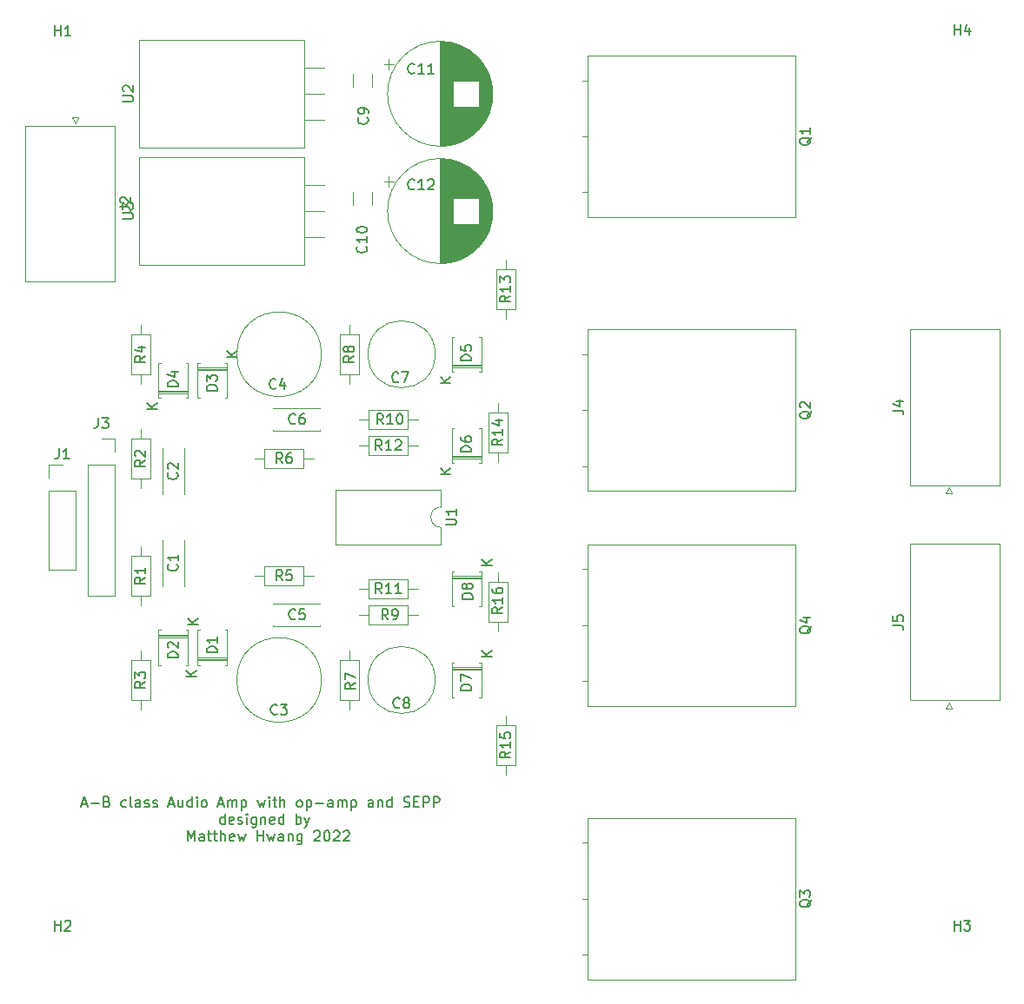
<source format=gto>
G04 #@! TF.GenerationSoftware,KiCad,Pcbnew,(5.1.9)-1*
G04 #@! TF.CreationDate,2022-04-07T18:54:58+09:00*
G04 #@! TF.ProjectId,digital_amp,64696769-7461-46c5-9f61-6d702e6b6963,rev?*
G04 #@! TF.SameCoordinates,Original*
G04 #@! TF.FileFunction,Legend,Top*
G04 #@! TF.FilePolarity,Positive*
%FSLAX46Y46*%
G04 Gerber Fmt 4.6, Leading zero omitted, Abs format (unit mm)*
G04 Created by KiCad (PCBNEW (5.1.9)-1) date 2022-04-07 18:54:58*
%MOMM*%
%LPD*%
G01*
G04 APERTURE LIST*
%ADD10C,0.150000*%
%ADD11C,0.120000*%
G04 APERTURE END LIST*
D10*
X103475523Y-134025666D02*
X103951714Y-134025666D01*
X103380285Y-134311380D02*
X103713619Y-133311380D01*
X104046952Y-134311380D01*
X104380285Y-133930428D02*
X105142190Y-133930428D01*
X105951714Y-133787571D02*
X106094571Y-133835190D01*
X106142190Y-133882809D01*
X106189809Y-133978047D01*
X106189809Y-134120904D01*
X106142190Y-134216142D01*
X106094571Y-134263761D01*
X105999333Y-134311380D01*
X105618380Y-134311380D01*
X105618380Y-133311380D01*
X105951714Y-133311380D01*
X106046952Y-133359000D01*
X106094571Y-133406619D01*
X106142190Y-133501857D01*
X106142190Y-133597095D01*
X106094571Y-133692333D01*
X106046952Y-133739952D01*
X105951714Y-133787571D01*
X105618380Y-133787571D01*
X107808857Y-134263761D02*
X107713619Y-134311380D01*
X107523142Y-134311380D01*
X107427904Y-134263761D01*
X107380285Y-134216142D01*
X107332666Y-134120904D01*
X107332666Y-133835190D01*
X107380285Y-133739952D01*
X107427904Y-133692333D01*
X107523142Y-133644714D01*
X107713619Y-133644714D01*
X107808857Y-133692333D01*
X108380285Y-134311380D02*
X108285047Y-134263761D01*
X108237428Y-134168523D01*
X108237428Y-133311380D01*
X109189809Y-134311380D02*
X109189809Y-133787571D01*
X109142190Y-133692333D01*
X109046952Y-133644714D01*
X108856476Y-133644714D01*
X108761238Y-133692333D01*
X109189809Y-134263761D02*
X109094571Y-134311380D01*
X108856476Y-134311380D01*
X108761238Y-134263761D01*
X108713619Y-134168523D01*
X108713619Y-134073285D01*
X108761238Y-133978047D01*
X108856476Y-133930428D01*
X109094571Y-133930428D01*
X109189809Y-133882809D01*
X109618380Y-134263761D02*
X109713619Y-134311380D01*
X109904095Y-134311380D01*
X109999333Y-134263761D01*
X110046952Y-134168523D01*
X110046952Y-134120904D01*
X109999333Y-134025666D01*
X109904095Y-133978047D01*
X109761238Y-133978047D01*
X109666000Y-133930428D01*
X109618380Y-133835190D01*
X109618380Y-133787571D01*
X109666000Y-133692333D01*
X109761238Y-133644714D01*
X109904095Y-133644714D01*
X109999333Y-133692333D01*
X110427904Y-134263761D02*
X110523142Y-134311380D01*
X110713619Y-134311380D01*
X110808857Y-134263761D01*
X110856476Y-134168523D01*
X110856476Y-134120904D01*
X110808857Y-134025666D01*
X110713619Y-133978047D01*
X110570761Y-133978047D01*
X110475523Y-133930428D01*
X110427904Y-133835190D01*
X110427904Y-133787571D01*
X110475523Y-133692333D01*
X110570761Y-133644714D01*
X110713619Y-133644714D01*
X110808857Y-133692333D01*
X111999333Y-134025666D02*
X112475523Y-134025666D01*
X111904095Y-134311380D02*
X112237428Y-133311380D01*
X112570761Y-134311380D01*
X113332666Y-133644714D02*
X113332666Y-134311380D01*
X112904095Y-133644714D02*
X112904095Y-134168523D01*
X112951714Y-134263761D01*
X113046952Y-134311380D01*
X113189809Y-134311380D01*
X113285047Y-134263761D01*
X113332666Y-134216142D01*
X114237428Y-134311380D02*
X114237428Y-133311380D01*
X114237428Y-134263761D02*
X114142190Y-134311380D01*
X113951714Y-134311380D01*
X113856476Y-134263761D01*
X113808857Y-134216142D01*
X113761238Y-134120904D01*
X113761238Y-133835190D01*
X113808857Y-133739952D01*
X113856476Y-133692333D01*
X113951714Y-133644714D01*
X114142190Y-133644714D01*
X114237428Y-133692333D01*
X114713619Y-134311380D02*
X114713619Y-133644714D01*
X114713619Y-133311380D02*
X114666000Y-133359000D01*
X114713619Y-133406619D01*
X114761238Y-133359000D01*
X114713619Y-133311380D01*
X114713619Y-133406619D01*
X115332666Y-134311380D02*
X115237428Y-134263761D01*
X115189809Y-134216142D01*
X115142190Y-134120904D01*
X115142190Y-133835190D01*
X115189809Y-133739952D01*
X115237428Y-133692333D01*
X115332666Y-133644714D01*
X115475523Y-133644714D01*
X115570761Y-133692333D01*
X115618380Y-133739952D01*
X115666000Y-133835190D01*
X115666000Y-134120904D01*
X115618380Y-134216142D01*
X115570761Y-134263761D01*
X115475523Y-134311380D01*
X115332666Y-134311380D01*
X116808857Y-134025666D02*
X117285047Y-134025666D01*
X116713619Y-134311380D02*
X117046952Y-133311380D01*
X117380285Y-134311380D01*
X117713619Y-134311380D02*
X117713619Y-133644714D01*
X117713619Y-133739952D02*
X117761238Y-133692333D01*
X117856476Y-133644714D01*
X117999333Y-133644714D01*
X118094571Y-133692333D01*
X118142190Y-133787571D01*
X118142190Y-134311380D01*
X118142190Y-133787571D02*
X118189809Y-133692333D01*
X118285047Y-133644714D01*
X118427904Y-133644714D01*
X118523142Y-133692333D01*
X118570761Y-133787571D01*
X118570761Y-134311380D01*
X119046952Y-133644714D02*
X119046952Y-134644714D01*
X119046952Y-133692333D02*
X119142190Y-133644714D01*
X119332666Y-133644714D01*
X119427904Y-133692333D01*
X119475523Y-133739952D01*
X119523142Y-133835190D01*
X119523142Y-134120904D01*
X119475523Y-134216142D01*
X119427904Y-134263761D01*
X119332666Y-134311380D01*
X119142190Y-134311380D01*
X119046952Y-134263761D01*
X120618380Y-133644714D02*
X120808857Y-134311380D01*
X120999333Y-133835190D01*
X121189809Y-134311380D01*
X121380285Y-133644714D01*
X121761238Y-134311380D02*
X121761238Y-133644714D01*
X121761238Y-133311380D02*
X121713619Y-133359000D01*
X121761238Y-133406619D01*
X121808857Y-133359000D01*
X121761238Y-133311380D01*
X121761238Y-133406619D01*
X122094571Y-133644714D02*
X122475523Y-133644714D01*
X122237428Y-133311380D02*
X122237428Y-134168523D01*
X122285047Y-134263761D01*
X122380285Y-134311380D01*
X122475523Y-134311380D01*
X122808857Y-134311380D02*
X122808857Y-133311380D01*
X123237428Y-134311380D02*
X123237428Y-133787571D01*
X123189809Y-133692333D01*
X123094571Y-133644714D01*
X122951714Y-133644714D01*
X122856476Y-133692333D01*
X122808857Y-133739952D01*
X124618380Y-134311380D02*
X124523142Y-134263761D01*
X124475523Y-134216142D01*
X124427904Y-134120904D01*
X124427904Y-133835190D01*
X124475523Y-133739952D01*
X124523142Y-133692333D01*
X124618380Y-133644714D01*
X124761238Y-133644714D01*
X124856476Y-133692333D01*
X124904095Y-133739952D01*
X124951714Y-133835190D01*
X124951714Y-134120904D01*
X124904095Y-134216142D01*
X124856476Y-134263761D01*
X124761238Y-134311380D01*
X124618380Y-134311380D01*
X125380285Y-133644714D02*
X125380285Y-134644714D01*
X125380285Y-133692333D02*
X125475523Y-133644714D01*
X125665999Y-133644714D01*
X125761238Y-133692333D01*
X125808857Y-133739952D01*
X125856476Y-133835190D01*
X125856476Y-134120904D01*
X125808857Y-134216142D01*
X125761238Y-134263761D01*
X125665999Y-134311380D01*
X125475523Y-134311380D01*
X125380285Y-134263761D01*
X126285047Y-133930428D02*
X127046952Y-133930428D01*
X127951714Y-134311380D02*
X127951714Y-133787571D01*
X127904095Y-133692333D01*
X127808857Y-133644714D01*
X127618380Y-133644714D01*
X127523142Y-133692333D01*
X127951714Y-134263761D02*
X127856476Y-134311380D01*
X127618380Y-134311380D01*
X127523142Y-134263761D01*
X127475523Y-134168523D01*
X127475523Y-134073285D01*
X127523142Y-133978047D01*
X127618380Y-133930428D01*
X127856476Y-133930428D01*
X127951714Y-133882809D01*
X128427904Y-134311380D02*
X128427904Y-133644714D01*
X128427904Y-133739952D02*
X128475523Y-133692333D01*
X128570761Y-133644714D01*
X128713619Y-133644714D01*
X128808857Y-133692333D01*
X128856476Y-133787571D01*
X128856476Y-134311380D01*
X128856476Y-133787571D02*
X128904095Y-133692333D01*
X128999333Y-133644714D01*
X129142190Y-133644714D01*
X129237428Y-133692333D01*
X129285047Y-133787571D01*
X129285047Y-134311380D01*
X129761238Y-133644714D02*
X129761238Y-134644714D01*
X129761238Y-133692333D02*
X129856476Y-133644714D01*
X130046952Y-133644714D01*
X130142190Y-133692333D01*
X130189809Y-133739952D01*
X130237428Y-133835190D01*
X130237428Y-134120904D01*
X130189809Y-134216142D01*
X130142190Y-134263761D01*
X130046952Y-134311380D01*
X129856476Y-134311380D01*
X129761238Y-134263761D01*
X131856476Y-134311380D02*
X131856476Y-133787571D01*
X131808857Y-133692333D01*
X131713619Y-133644714D01*
X131523142Y-133644714D01*
X131427904Y-133692333D01*
X131856476Y-134263761D02*
X131761238Y-134311380D01*
X131523142Y-134311380D01*
X131427904Y-134263761D01*
X131380285Y-134168523D01*
X131380285Y-134073285D01*
X131427904Y-133978047D01*
X131523142Y-133930428D01*
X131761238Y-133930428D01*
X131856476Y-133882809D01*
X132332666Y-133644714D02*
X132332666Y-134311380D01*
X132332666Y-133739952D02*
X132380285Y-133692333D01*
X132475523Y-133644714D01*
X132618380Y-133644714D01*
X132713619Y-133692333D01*
X132761238Y-133787571D01*
X132761238Y-134311380D01*
X133665999Y-134311380D02*
X133665999Y-133311380D01*
X133665999Y-134263761D02*
X133570761Y-134311380D01*
X133380285Y-134311380D01*
X133285047Y-134263761D01*
X133237428Y-134216142D01*
X133189809Y-134120904D01*
X133189809Y-133835190D01*
X133237428Y-133739952D01*
X133285047Y-133692333D01*
X133380285Y-133644714D01*
X133570761Y-133644714D01*
X133665999Y-133692333D01*
X134856476Y-134263761D02*
X134999333Y-134311380D01*
X135237428Y-134311380D01*
X135332666Y-134263761D01*
X135380285Y-134216142D01*
X135427904Y-134120904D01*
X135427904Y-134025666D01*
X135380285Y-133930428D01*
X135332666Y-133882809D01*
X135237428Y-133835190D01*
X135046952Y-133787571D01*
X134951714Y-133739952D01*
X134904095Y-133692333D01*
X134856476Y-133597095D01*
X134856476Y-133501857D01*
X134904095Y-133406619D01*
X134951714Y-133359000D01*
X135046952Y-133311380D01*
X135285047Y-133311380D01*
X135427904Y-133359000D01*
X135856476Y-133787571D02*
X136189809Y-133787571D01*
X136332666Y-134311380D02*
X135856476Y-134311380D01*
X135856476Y-133311380D01*
X136332666Y-133311380D01*
X136761238Y-134311380D02*
X136761238Y-133311380D01*
X137142190Y-133311380D01*
X137237428Y-133359000D01*
X137285047Y-133406619D01*
X137332666Y-133501857D01*
X137332666Y-133644714D01*
X137285047Y-133739952D01*
X137237428Y-133787571D01*
X137142190Y-133835190D01*
X136761238Y-133835190D01*
X137761238Y-134311380D02*
X137761238Y-133311380D01*
X138142190Y-133311380D01*
X138237428Y-133359000D01*
X138285047Y-133406619D01*
X138332666Y-133501857D01*
X138332666Y-133644714D01*
X138285047Y-133739952D01*
X138237428Y-133787571D01*
X138142190Y-133835190D01*
X137761238Y-133835190D01*
X117427904Y-135961380D02*
X117427904Y-134961380D01*
X117427904Y-135913761D02*
X117332666Y-135961380D01*
X117142190Y-135961380D01*
X117046952Y-135913761D01*
X116999333Y-135866142D01*
X116951714Y-135770904D01*
X116951714Y-135485190D01*
X116999333Y-135389952D01*
X117046952Y-135342333D01*
X117142190Y-135294714D01*
X117332666Y-135294714D01*
X117427904Y-135342333D01*
X118285047Y-135913761D02*
X118189809Y-135961380D01*
X117999333Y-135961380D01*
X117904095Y-135913761D01*
X117856476Y-135818523D01*
X117856476Y-135437571D01*
X117904095Y-135342333D01*
X117999333Y-135294714D01*
X118189809Y-135294714D01*
X118285047Y-135342333D01*
X118332666Y-135437571D01*
X118332666Y-135532809D01*
X117856476Y-135628047D01*
X118713619Y-135913761D02*
X118808857Y-135961380D01*
X118999333Y-135961380D01*
X119094571Y-135913761D01*
X119142190Y-135818523D01*
X119142190Y-135770904D01*
X119094571Y-135675666D01*
X118999333Y-135628047D01*
X118856476Y-135628047D01*
X118761238Y-135580428D01*
X118713619Y-135485190D01*
X118713619Y-135437571D01*
X118761238Y-135342333D01*
X118856476Y-135294714D01*
X118999333Y-135294714D01*
X119094571Y-135342333D01*
X119570761Y-135961380D02*
X119570761Y-135294714D01*
X119570761Y-134961380D02*
X119523142Y-135009000D01*
X119570761Y-135056619D01*
X119618380Y-135009000D01*
X119570761Y-134961380D01*
X119570761Y-135056619D01*
X120475523Y-135294714D02*
X120475523Y-136104238D01*
X120427904Y-136199476D01*
X120380285Y-136247095D01*
X120285047Y-136294714D01*
X120142190Y-136294714D01*
X120046952Y-136247095D01*
X120475523Y-135913761D02*
X120380285Y-135961380D01*
X120189809Y-135961380D01*
X120094571Y-135913761D01*
X120046952Y-135866142D01*
X119999333Y-135770904D01*
X119999333Y-135485190D01*
X120046952Y-135389952D01*
X120094571Y-135342333D01*
X120189809Y-135294714D01*
X120380285Y-135294714D01*
X120475523Y-135342333D01*
X120951714Y-135294714D02*
X120951714Y-135961380D01*
X120951714Y-135389952D02*
X120999333Y-135342333D01*
X121094571Y-135294714D01*
X121237428Y-135294714D01*
X121332666Y-135342333D01*
X121380285Y-135437571D01*
X121380285Y-135961380D01*
X122237428Y-135913761D02*
X122142190Y-135961380D01*
X121951714Y-135961380D01*
X121856476Y-135913761D01*
X121808857Y-135818523D01*
X121808857Y-135437571D01*
X121856476Y-135342333D01*
X121951714Y-135294714D01*
X122142190Y-135294714D01*
X122237428Y-135342333D01*
X122285047Y-135437571D01*
X122285047Y-135532809D01*
X121808857Y-135628047D01*
X123142190Y-135961380D02*
X123142190Y-134961380D01*
X123142190Y-135913761D02*
X123046952Y-135961380D01*
X122856476Y-135961380D01*
X122761238Y-135913761D01*
X122713619Y-135866142D01*
X122666000Y-135770904D01*
X122666000Y-135485190D01*
X122713619Y-135389952D01*
X122761238Y-135342333D01*
X122856476Y-135294714D01*
X123046952Y-135294714D01*
X123142190Y-135342333D01*
X124380285Y-135961380D02*
X124380285Y-134961380D01*
X124380285Y-135342333D02*
X124475523Y-135294714D01*
X124666000Y-135294714D01*
X124761238Y-135342333D01*
X124808857Y-135389952D01*
X124856476Y-135485190D01*
X124856476Y-135770904D01*
X124808857Y-135866142D01*
X124761238Y-135913761D01*
X124666000Y-135961380D01*
X124475523Y-135961380D01*
X124380285Y-135913761D01*
X125189809Y-135294714D02*
X125427904Y-135961380D01*
X125666000Y-135294714D02*
X125427904Y-135961380D01*
X125332666Y-136199476D01*
X125285047Y-136247095D01*
X125189809Y-136294714D01*
X113832666Y-137611380D02*
X113832666Y-136611380D01*
X114166000Y-137325666D01*
X114499333Y-136611380D01*
X114499333Y-137611380D01*
X115404095Y-137611380D02*
X115404095Y-137087571D01*
X115356476Y-136992333D01*
X115261238Y-136944714D01*
X115070761Y-136944714D01*
X114975523Y-136992333D01*
X115404095Y-137563761D02*
X115308857Y-137611380D01*
X115070761Y-137611380D01*
X114975523Y-137563761D01*
X114927904Y-137468523D01*
X114927904Y-137373285D01*
X114975523Y-137278047D01*
X115070761Y-137230428D01*
X115308857Y-137230428D01*
X115404095Y-137182809D01*
X115737428Y-136944714D02*
X116118380Y-136944714D01*
X115880285Y-136611380D02*
X115880285Y-137468523D01*
X115927904Y-137563761D01*
X116023142Y-137611380D01*
X116118380Y-137611380D01*
X116308857Y-136944714D02*
X116689809Y-136944714D01*
X116451714Y-136611380D02*
X116451714Y-137468523D01*
X116499333Y-137563761D01*
X116594571Y-137611380D01*
X116689809Y-137611380D01*
X117023142Y-137611380D02*
X117023142Y-136611380D01*
X117451714Y-137611380D02*
X117451714Y-137087571D01*
X117404095Y-136992333D01*
X117308857Y-136944714D01*
X117166000Y-136944714D01*
X117070761Y-136992333D01*
X117023142Y-137039952D01*
X118308857Y-137563761D02*
X118213619Y-137611380D01*
X118023142Y-137611380D01*
X117927904Y-137563761D01*
X117880285Y-137468523D01*
X117880285Y-137087571D01*
X117927904Y-136992333D01*
X118023142Y-136944714D01*
X118213619Y-136944714D01*
X118308857Y-136992333D01*
X118356476Y-137087571D01*
X118356476Y-137182809D01*
X117880285Y-137278047D01*
X118689809Y-136944714D02*
X118880285Y-137611380D01*
X119070761Y-137135190D01*
X119261238Y-137611380D01*
X119451714Y-136944714D01*
X120594571Y-137611380D02*
X120594571Y-136611380D01*
X120594571Y-137087571D02*
X121166000Y-137087571D01*
X121166000Y-137611380D02*
X121166000Y-136611380D01*
X121546952Y-136944714D02*
X121737428Y-137611380D01*
X121927904Y-137135190D01*
X122118380Y-137611380D01*
X122308857Y-136944714D01*
X123118380Y-137611380D02*
X123118380Y-137087571D01*
X123070761Y-136992333D01*
X122975523Y-136944714D01*
X122785047Y-136944714D01*
X122689809Y-136992333D01*
X123118380Y-137563761D02*
X123023142Y-137611380D01*
X122785047Y-137611380D01*
X122689809Y-137563761D01*
X122642190Y-137468523D01*
X122642190Y-137373285D01*
X122689809Y-137278047D01*
X122785047Y-137230428D01*
X123023142Y-137230428D01*
X123118380Y-137182809D01*
X123594571Y-136944714D02*
X123594571Y-137611380D01*
X123594571Y-137039952D02*
X123642190Y-136992333D01*
X123737428Y-136944714D01*
X123880285Y-136944714D01*
X123975523Y-136992333D01*
X124023142Y-137087571D01*
X124023142Y-137611380D01*
X124927904Y-136944714D02*
X124927904Y-137754238D01*
X124880285Y-137849476D01*
X124832666Y-137897095D01*
X124737428Y-137944714D01*
X124594571Y-137944714D01*
X124499333Y-137897095D01*
X124927904Y-137563761D02*
X124832666Y-137611380D01*
X124642190Y-137611380D01*
X124546952Y-137563761D01*
X124499333Y-137516142D01*
X124451714Y-137420904D01*
X124451714Y-137135190D01*
X124499333Y-137039952D01*
X124546952Y-136992333D01*
X124642190Y-136944714D01*
X124832666Y-136944714D01*
X124927904Y-136992333D01*
X126118380Y-136706619D02*
X126166000Y-136659000D01*
X126261238Y-136611380D01*
X126499333Y-136611380D01*
X126594571Y-136659000D01*
X126642190Y-136706619D01*
X126689809Y-136801857D01*
X126689809Y-136897095D01*
X126642190Y-137039952D01*
X126070761Y-137611380D01*
X126689809Y-137611380D01*
X127308857Y-136611380D02*
X127404095Y-136611380D01*
X127499333Y-136659000D01*
X127546952Y-136706619D01*
X127594571Y-136801857D01*
X127642190Y-136992333D01*
X127642190Y-137230428D01*
X127594571Y-137420904D01*
X127546952Y-137516142D01*
X127499333Y-137563761D01*
X127404095Y-137611380D01*
X127308857Y-137611380D01*
X127213619Y-137563761D01*
X127166000Y-137516142D01*
X127118380Y-137420904D01*
X127070761Y-137230428D01*
X127070761Y-136992333D01*
X127118380Y-136801857D01*
X127166000Y-136706619D01*
X127213619Y-136659000D01*
X127308857Y-136611380D01*
X128023142Y-136706619D02*
X128070761Y-136659000D01*
X128166000Y-136611380D01*
X128404095Y-136611380D01*
X128499333Y-136659000D01*
X128546952Y-136706619D01*
X128594571Y-136801857D01*
X128594571Y-136897095D01*
X128546952Y-137039952D01*
X127975523Y-137611380D01*
X128594571Y-137611380D01*
X128975523Y-136706619D02*
X129023142Y-136659000D01*
X129118380Y-136611380D01*
X129356476Y-136611380D01*
X129451714Y-136659000D01*
X129499333Y-136706619D01*
X129546952Y-136801857D01*
X129546952Y-136897095D01*
X129499333Y-137039952D01*
X128927904Y-137611380D01*
X129546952Y-137611380D01*
D11*
X187660000Y-124695000D02*
X187960000Y-124095000D01*
X188260000Y-124695000D02*
X187660000Y-124695000D01*
X187960000Y-124095000D02*
X188260000Y-124695000D01*
X184150000Y-108675000D02*
X184150000Y-123895000D01*
X192870000Y-108675000D02*
X184150000Y-108675000D01*
X192870000Y-123895000D02*
X192870000Y-108675000D01*
X184150000Y-123895000D02*
X192870000Y-123895000D01*
X187660000Y-103740000D02*
X187960000Y-103140000D01*
X188260000Y-103740000D02*
X187660000Y-103740000D01*
X187960000Y-103140000D02*
X188260000Y-103740000D01*
X184150000Y-87720000D02*
X184150000Y-102940000D01*
X192870000Y-87720000D02*
X184150000Y-87720000D01*
X192870000Y-102940000D02*
X192870000Y-87720000D01*
X184150000Y-102940000D02*
X192870000Y-102940000D01*
X105410000Y-98365000D02*
X106740000Y-98365000D01*
X106740000Y-98365000D02*
X106740000Y-99695000D01*
X106740000Y-100965000D02*
X106740000Y-113725000D01*
X104080000Y-113725000D02*
X106740000Y-113725000D01*
X104080000Y-100965000D02*
X104080000Y-113725000D01*
X104080000Y-100965000D02*
X106740000Y-100965000D01*
X125160000Y-81450000D02*
X125160000Y-70950000D01*
X109050000Y-81450000D02*
X109050000Y-70950000D01*
X109050000Y-81450000D02*
X125160000Y-81450000D01*
X109050000Y-70950000D02*
X125160000Y-70950000D01*
X125160000Y-78740000D02*
X127120000Y-78740000D01*
X125160000Y-76200000D02*
X127120000Y-76200000D01*
X125160000Y-73660000D02*
X127120000Y-73660000D01*
X125160000Y-70020000D02*
X125160000Y-59520000D01*
X109050000Y-70020000D02*
X109050000Y-59520000D01*
X109050000Y-70020000D02*
X125160000Y-70020000D01*
X109050000Y-59520000D02*
X125160000Y-59520000D01*
X125160000Y-67310000D02*
X127120000Y-67310000D01*
X125160000Y-64770000D02*
X127120000Y-64770000D01*
X125160000Y-62230000D02*
X127120000Y-62230000D01*
X138490000Y-105045000D02*
X138490000Y-103395000D01*
X138490000Y-103395000D02*
X128210000Y-103395000D01*
X128210000Y-103395000D02*
X128210000Y-108695000D01*
X128210000Y-108695000D02*
X138490000Y-108695000D01*
X138490000Y-108695000D02*
X138490000Y-107045000D01*
X138490000Y-107045000D02*
G75*
G02*
X138490000Y-105045000I0J1000000D01*
G01*
X144938000Y-112380000D02*
X143098000Y-112380000D01*
X143098000Y-112380000D02*
X143098000Y-116220000D01*
X143098000Y-116220000D02*
X144938000Y-116220000D01*
X144938000Y-116220000D02*
X144938000Y-112380000D01*
X144018000Y-111430000D02*
X144018000Y-112380000D01*
X144018000Y-117170000D02*
X144018000Y-116220000D01*
X143860000Y-130190000D02*
X145700000Y-130190000D01*
X145700000Y-130190000D02*
X145700000Y-126350000D01*
X145700000Y-126350000D02*
X143860000Y-126350000D01*
X143860000Y-126350000D02*
X143860000Y-130190000D01*
X144780000Y-131140000D02*
X144780000Y-130190000D01*
X144780000Y-125400000D02*
X144780000Y-126350000D01*
X143098000Y-99710000D02*
X144938000Y-99710000D01*
X144938000Y-99710000D02*
X144938000Y-95870000D01*
X144938000Y-95870000D02*
X143098000Y-95870000D01*
X143098000Y-95870000D02*
X143098000Y-99710000D01*
X144018000Y-100660000D02*
X144018000Y-99710000D01*
X144018000Y-94920000D02*
X144018000Y-95870000D01*
X145700000Y-81900000D02*
X143860000Y-81900000D01*
X143860000Y-81900000D02*
X143860000Y-85740000D01*
X143860000Y-85740000D02*
X145700000Y-85740000D01*
X145700000Y-85740000D02*
X145700000Y-81900000D01*
X144780000Y-80950000D02*
X144780000Y-81900000D01*
X144780000Y-86690000D02*
X144780000Y-85740000D01*
X131430000Y-98140000D02*
X131430000Y-99980000D01*
X131430000Y-99980000D02*
X135270000Y-99980000D01*
X135270000Y-99980000D02*
X135270000Y-98140000D01*
X135270000Y-98140000D02*
X131430000Y-98140000D01*
X130480000Y-99060000D02*
X131430000Y-99060000D01*
X136220000Y-99060000D02*
X135270000Y-99060000D01*
X131430000Y-112110000D02*
X131430000Y-113950000D01*
X131430000Y-113950000D02*
X135270000Y-113950000D01*
X135270000Y-113950000D02*
X135270000Y-112110000D01*
X135270000Y-112110000D02*
X131430000Y-112110000D01*
X130480000Y-113030000D02*
X131430000Y-113030000D01*
X136220000Y-113030000D02*
X135270000Y-113030000D01*
X131430000Y-95600000D02*
X131430000Y-97440000D01*
X131430000Y-97440000D02*
X135270000Y-97440000D01*
X135270000Y-97440000D02*
X135270000Y-95600000D01*
X135270000Y-95600000D02*
X131430000Y-95600000D01*
X130480000Y-96520000D02*
X131430000Y-96520000D01*
X136220000Y-96520000D02*
X135270000Y-96520000D01*
X131430000Y-114650000D02*
X131430000Y-116490000D01*
X131430000Y-116490000D02*
X135270000Y-116490000D01*
X135270000Y-116490000D02*
X135270000Y-114650000D01*
X135270000Y-114650000D02*
X131430000Y-114650000D01*
X130480000Y-115570000D02*
X131430000Y-115570000D01*
X136220000Y-115570000D02*
X135270000Y-115570000D01*
X130460000Y-88250000D02*
X128620000Y-88250000D01*
X128620000Y-88250000D02*
X128620000Y-92090000D01*
X128620000Y-92090000D02*
X130460000Y-92090000D01*
X130460000Y-92090000D02*
X130460000Y-88250000D01*
X129540000Y-87300000D02*
X129540000Y-88250000D01*
X129540000Y-93040000D02*
X129540000Y-92090000D01*
X128620000Y-123840000D02*
X130460000Y-123840000D01*
X130460000Y-123840000D02*
X130460000Y-120000000D01*
X130460000Y-120000000D02*
X128620000Y-120000000D01*
X128620000Y-120000000D02*
X128620000Y-123840000D01*
X129540000Y-124790000D02*
X129540000Y-123840000D01*
X129540000Y-119050000D02*
X129540000Y-120000000D01*
X125110000Y-101250000D02*
X125110000Y-99410000D01*
X125110000Y-99410000D02*
X121270000Y-99410000D01*
X121270000Y-99410000D02*
X121270000Y-101250000D01*
X121270000Y-101250000D02*
X125110000Y-101250000D01*
X126060000Y-100330000D02*
X125110000Y-100330000D01*
X120320000Y-100330000D02*
X121270000Y-100330000D01*
X125110000Y-112680000D02*
X125110000Y-110840000D01*
X125110000Y-110840000D02*
X121270000Y-110840000D01*
X121270000Y-110840000D02*
X121270000Y-112680000D01*
X121270000Y-112680000D02*
X125110000Y-112680000D01*
X126060000Y-111760000D02*
X125110000Y-111760000D01*
X120320000Y-111760000D02*
X121270000Y-111760000D01*
X109220000Y-93040000D02*
X109220000Y-92090000D01*
X109220000Y-87300000D02*
X109220000Y-88250000D01*
X110140000Y-92090000D02*
X110140000Y-88250000D01*
X108300000Y-92090000D02*
X110140000Y-92090000D01*
X108300000Y-88250000D02*
X108300000Y-92090000D01*
X110140000Y-88250000D02*
X108300000Y-88250000D01*
X108300000Y-123840000D02*
X110140000Y-123840000D01*
X110140000Y-123840000D02*
X110140000Y-120000000D01*
X110140000Y-120000000D02*
X108300000Y-120000000D01*
X108300000Y-120000000D02*
X108300000Y-123840000D01*
X109220000Y-124790000D02*
X109220000Y-123840000D01*
X109220000Y-119050000D02*
X109220000Y-120000000D01*
X110140000Y-98410000D02*
X108300000Y-98410000D01*
X108300000Y-98410000D02*
X108300000Y-102250000D01*
X108300000Y-102250000D02*
X110140000Y-102250000D01*
X110140000Y-102250000D02*
X110140000Y-98410000D01*
X109220000Y-97460000D02*
X109220000Y-98410000D01*
X109220000Y-103200000D02*
X109220000Y-102250000D01*
X108300000Y-113680000D02*
X110140000Y-113680000D01*
X110140000Y-113680000D02*
X110140000Y-109840000D01*
X110140000Y-109840000D02*
X108300000Y-109840000D01*
X108300000Y-109840000D02*
X108300000Y-113680000D01*
X109220000Y-114630000D02*
X109220000Y-113680000D01*
X109220000Y-108890000D02*
X109220000Y-109840000D01*
X152740000Y-122025000D02*
X152260000Y-122025000D01*
X152740000Y-116575000D02*
X152260000Y-116575000D01*
X152740000Y-111125000D02*
X152260000Y-111125000D01*
X172980000Y-124445000D02*
X152740000Y-124445000D01*
X172980000Y-108705000D02*
X152740000Y-108705000D01*
X172980000Y-108705000D02*
X172980000Y-124445000D01*
X152740000Y-108705000D02*
X152740000Y-124445000D01*
X152740000Y-148695000D02*
X152260000Y-148695000D01*
X152740000Y-143245000D02*
X152260000Y-143245000D01*
X152740000Y-137795000D02*
X152260000Y-137795000D01*
X172980000Y-151115000D02*
X152740000Y-151115000D01*
X172980000Y-135375000D02*
X152740000Y-135375000D01*
X172980000Y-135375000D02*
X172980000Y-151115000D01*
X152740000Y-135375000D02*
X152740000Y-151115000D01*
X152740000Y-87750000D02*
X152740000Y-103490000D01*
X172980000Y-87750000D02*
X172980000Y-103490000D01*
X172980000Y-87750000D02*
X152740000Y-87750000D01*
X172980000Y-103490000D02*
X152740000Y-103490000D01*
X152740000Y-90170000D02*
X152260000Y-90170000D01*
X152740000Y-95620000D02*
X152260000Y-95620000D01*
X152740000Y-101070000D02*
X152260000Y-101070000D01*
X152740000Y-61050000D02*
X152740000Y-76790000D01*
X172980000Y-61050000D02*
X172980000Y-76790000D01*
X172980000Y-61050000D02*
X152740000Y-61050000D01*
X172980000Y-76790000D02*
X152740000Y-76790000D01*
X152740000Y-63470000D02*
X152260000Y-63470000D01*
X152740000Y-68920000D02*
X152260000Y-68920000D01*
X152740000Y-74370000D02*
X152260000Y-74370000D01*
X106680000Y-67875000D02*
X97960000Y-67875000D01*
X97960000Y-67875000D02*
X97960000Y-83095000D01*
X97960000Y-83095000D02*
X106680000Y-83095000D01*
X106680000Y-83095000D02*
X106680000Y-67875000D01*
X102870000Y-67675000D02*
X102570000Y-67075000D01*
X102570000Y-67075000D02*
X103170000Y-67075000D01*
X103170000Y-67075000D02*
X102870000Y-67675000D01*
X100270000Y-111185000D02*
X102930000Y-111185000D01*
X100270000Y-103505000D02*
X100270000Y-111185000D01*
X102930000Y-103505000D02*
X102930000Y-111185000D01*
X100270000Y-103505000D02*
X102930000Y-103505000D01*
X100270000Y-102235000D02*
X100270000Y-100905000D01*
X100270000Y-100905000D02*
X101600000Y-100905000D01*
X142210000Y-111310000D02*
X142390000Y-111310000D01*
X142390000Y-111310000D02*
X142390000Y-114750000D01*
X142390000Y-114750000D02*
X142210000Y-114750000D01*
X139730000Y-111310000D02*
X139550000Y-111310000D01*
X139550000Y-111310000D02*
X139550000Y-114750000D01*
X139550000Y-114750000D02*
X139730000Y-114750000D01*
X142390000Y-111910000D02*
X139550000Y-111910000D01*
X142390000Y-112030000D02*
X139550000Y-112030000D01*
X142390000Y-111790000D02*
X139550000Y-111790000D01*
X142210000Y-120200000D02*
X142390000Y-120200000D01*
X142390000Y-120200000D02*
X142390000Y-123640000D01*
X142390000Y-123640000D02*
X142210000Y-123640000D01*
X139730000Y-120200000D02*
X139550000Y-120200000D01*
X139550000Y-120200000D02*
X139550000Y-123640000D01*
X139550000Y-123640000D02*
X139730000Y-123640000D01*
X142390000Y-120800000D02*
X139550000Y-120800000D01*
X142390000Y-120920000D02*
X139550000Y-120920000D01*
X142390000Y-120680000D02*
X139550000Y-120680000D01*
X139730000Y-100780000D02*
X139550000Y-100780000D01*
X139550000Y-100780000D02*
X139550000Y-97340000D01*
X139550000Y-97340000D02*
X139730000Y-97340000D01*
X142210000Y-100780000D02*
X142390000Y-100780000D01*
X142390000Y-100780000D02*
X142390000Y-97340000D01*
X142390000Y-97340000D02*
X142210000Y-97340000D01*
X139550000Y-100180000D02*
X142390000Y-100180000D01*
X139550000Y-100060000D02*
X142390000Y-100060000D01*
X139550000Y-100300000D02*
X142390000Y-100300000D01*
X139730000Y-91890000D02*
X139550000Y-91890000D01*
X139550000Y-91890000D02*
X139550000Y-88450000D01*
X139550000Y-88450000D02*
X139730000Y-88450000D01*
X142210000Y-91890000D02*
X142390000Y-91890000D01*
X142390000Y-91890000D02*
X142390000Y-88450000D01*
X142390000Y-88450000D02*
X142210000Y-88450000D01*
X139550000Y-91290000D02*
X142390000Y-91290000D01*
X139550000Y-91170000D02*
X142390000Y-91170000D01*
X139550000Y-91410000D02*
X142390000Y-91410000D01*
X111155000Y-94430000D02*
X110975000Y-94430000D01*
X110975000Y-94430000D02*
X110975000Y-90990000D01*
X110975000Y-90990000D02*
X111155000Y-90990000D01*
X113635000Y-94430000D02*
X113815000Y-94430000D01*
X113815000Y-94430000D02*
X113815000Y-90990000D01*
X113815000Y-90990000D02*
X113635000Y-90990000D01*
X110975000Y-93830000D02*
X113815000Y-93830000D01*
X110975000Y-93710000D02*
X113815000Y-93710000D01*
X110975000Y-93950000D02*
X113815000Y-93950000D01*
X117445000Y-90990000D02*
X117625000Y-90990000D01*
X117625000Y-90990000D02*
X117625000Y-94430000D01*
X117625000Y-94430000D02*
X117445000Y-94430000D01*
X114965000Y-90990000D02*
X114785000Y-90990000D01*
X114785000Y-90990000D02*
X114785000Y-94430000D01*
X114785000Y-94430000D02*
X114965000Y-94430000D01*
X117625000Y-91590000D02*
X114785000Y-91590000D01*
X117625000Y-91710000D02*
X114785000Y-91710000D01*
X117625000Y-91470000D02*
X114785000Y-91470000D01*
X113635000Y-117025000D02*
X113815000Y-117025000D01*
X113815000Y-117025000D02*
X113815000Y-120465000D01*
X113815000Y-120465000D02*
X113635000Y-120465000D01*
X111155000Y-117025000D02*
X110975000Y-117025000D01*
X110975000Y-117025000D02*
X110975000Y-120465000D01*
X110975000Y-120465000D02*
X111155000Y-120465000D01*
X113815000Y-117625000D02*
X110975000Y-117625000D01*
X113815000Y-117745000D02*
X110975000Y-117745000D01*
X113815000Y-117505000D02*
X110975000Y-117505000D01*
X114965000Y-120465000D02*
X114785000Y-120465000D01*
X114785000Y-120465000D02*
X114785000Y-117025000D01*
X114785000Y-117025000D02*
X114965000Y-117025000D01*
X117445000Y-120465000D02*
X117625000Y-120465000D01*
X117625000Y-120465000D02*
X117625000Y-117025000D01*
X117625000Y-117025000D02*
X117445000Y-117025000D01*
X114785000Y-119865000D02*
X117625000Y-119865000D01*
X114785000Y-119745000D02*
X117625000Y-119745000D01*
X114785000Y-119985000D02*
X117625000Y-119985000D01*
X143510000Y-76200000D02*
G75*
G03*
X143510000Y-76200000I-5120000J0D01*
G01*
X138390000Y-71120000D02*
X138390000Y-81280000D01*
X138430000Y-71120000D02*
X138430000Y-81280000D01*
X138470000Y-71120000D02*
X138470000Y-81280000D01*
X138510000Y-71121000D02*
X138510000Y-81279000D01*
X138550000Y-71122000D02*
X138550000Y-81278000D01*
X138590000Y-71123000D02*
X138590000Y-81277000D01*
X138630000Y-71125000D02*
X138630000Y-81275000D01*
X138670000Y-71127000D02*
X138670000Y-81273000D01*
X138710000Y-71130000D02*
X138710000Y-81270000D01*
X138750000Y-71132000D02*
X138750000Y-81268000D01*
X138790000Y-71135000D02*
X138790000Y-81265000D01*
X138830000Y-71138000D02*
X138830000Y-81262000D01*
X138870000Y-71142000D02*
X138870000Y-81258000D01*
X138910000Y-71146000D02*
X138910000Y-81254000D01*
X138950000Y-71150000D02*
X138950000Y-81250000D01*
X138990000Y-71155000D02*
X138990000Y-81245000D01*
X139030000Y-71160000D02*
X139030000Y-81240000D01*
X139070000Y-71165000D02*
X139070000Y-81235000D01*
X139111000Y-71170000D02*
X139111000Y-81230000D01*
X139151000Y-71176000D02*
X139151000Y-81224000D01*
X139191000Y-71182000D02*
X139191000Y-81218000D01*
X139231000Y-71189000D02*
X139231000Y-81211000D01*
X139271000Y-71196000D02*
X139271000Y-81204000D01*
X139311000Y-71203000D02*
X139311000Y-81197000D01*
X139351000Y-71210000D02*
X139351000Y-81190000D01*
X139391000Y-71218000D02*
X139391000Y-81182000D01*
X139431000Y-71226000D02*
X139431000Y-81174000D01*
X139471000Y-71235000D02*
X139471000Y-81165000D01*
X139511000Y-71244000D02*
X139511000Y-81156000D01*
X139551000Y-71253000D02*
X139551000Y-81147000D01*
X139591000Y-71262000D02*
X139591000Y-81138000D01*
X139631000Y-71272000D02*
X139631000Y-81128000D01*
X139671000Y-71282000D02*
X139671000Y-74959000D01*
X139671000Y-77441000D02*
X139671000Y-81118000D01*
X139711000Y-71293000D02*
X139711000Y-74959000D01*
X139711000Y-77441000D02*
X139711000Y-81107000D01*
X139751000Y-71303000D02*
X139751000Y-74959000D01*
X139751000Y-77441000D02*
X139751000Y-81097000D01*
X139791000Y-71315000D02*
X139791000Y-74959000D01*
X139791000Y-77441000D02*
X139791000Y-81085000D01*
X139831000Y-71326000D02*
X139831000Y-74959000D01*
X139831000Y-77441000D02*
X139831000Y-81074000D01*
X139871000Y-71338000D02*
X139871000Y-74959000D01*
X139871000Y-77441000D02*
X139871000Y-81062000D01*
X139911000Y-71350000D02*
X139911000Y-74959000D01*
X139911000Y-77441000D02*
X139911000Y-81050000D01*
X139951000Y-71363000D02*
X139951000Y-74959000D01*
X139951000Y-77441000D02*
X139951000Y-81037000D01*
X139991000Y-71376000D02*
X139991000Y-74959000D01*
X139991000Y-77441000D02*
X139991000Y-81024000D01*
X140031000Y-71389000D02*
X140031000Y-74959000D01*
X140031000Y-77441000D02*
X140031000Y-81011000D01*
X140071000Y-71403000D02*
X140071000Y-74959000D01*
X140071000Y-77441000D02*
X140071000Y-80997000D01*
X140111000Y-71417000D02*
X140111000Y-74959000D01*
X140111000Y-77441000D02*
X140111000Y-80983000D01*
X140151000Y-71432000D02*
X140151000Y-74959000D01*
X140151000Y-77441000D02*
X140151000Y-80968000D01*
X140191000Y-71446000D02*
X140191000Y-74959000D01*
X140191000Y-77441000D02*
X140191000Y-80954000D01*
X140231000Y-71462000D02*
X140231000Y-74959000D01*
X140231000Y-77441000D02*
X140231000Y-80938000D01*
X140271000Y-71477000D02*
X140271000Y-74959000D01*
X140271000Y-77441000D02*
X140271000Y-80923000D01*
X140311000Y-71493000D02*
X140311000Y-74959000D01*
X140311000Y-77441000D02*
X140311000Y-80907000D01*
X140351000Y-71510000D02*
X140351000Y-74959000D01*
X140351000Y-77441000D02*
X140351000Y-80890000D01*
X140391000Y-71526000D02*
X140391000Y-74959000D01*
X140391000Y-77441000D02*
X140391000Y-80874000D01*
X140431000Y-71543000D02*
X140431000Y-74959000D01*
X140431000Y-77441000D02*
X140431000Y-80857000D01*
X140471000Y-71561000D02*
X140471000Y-74959000D01*
X140471000Y-77441000D02*
X140471000Y-80839000D01*
X140511000Y-71579000D02*
X140511000Y-74959000D01*
X140511000Y-77441000D02*
X140511000Y-80821000D01*
X140551000Y-71597000D02*
X140551000Y-74959000D01*
X140551000Y-77441000D02*
X140551000Y-80803000D01*
X140591000Y-71616000D02*
X140591000Y-74959000D01*
X140591000Y-77441000D02*
X140591000Y-80784000D01*
X140631000Y-71636000D02*
X140631000Y-74959000D01*
X140631000Y-77441000D02*
X140631000Y-80764000D01*
X140671000Y-71655000D02*
X140671000Y-74959000D01*
X140671000Y-77441000D02*
X140671000Y-80745000D01*
X140711000Y-71675000D02*
X140711000Y-74959000D01*
X140711000Y-77441000D02*
X140711000Y-80725000D01*
X140751000Y-71696000D02*
X140751000Y-74959000D01*
X140751000Y-77441000D02*
X140751000Y-80704000D01*
X140791000Y-71717000D02*
X140791000Y-74959000D01*
X140791000Y-77441000D02*
X140791000Y-80683000D01*
X140831000Y-71738000D02*
X140831000Y-74959000D01*
X140831000Y-77441000D02*
X140831000Y-80662000D01*
X140871000Y-71760000D02*
X140871000Y-74959000D01*
X140871000Y-77441000D02*
X140871000Y-80640000D01*
X140911000Y-71783000D02*
X140911000Y-74959000D01*
X140911000Y-77441000D02*
X140911000Y-80617000D01*
X140951000Y-71805000D02*
X140951000Y-74959000D01*
X140951000Y-77441000D02*
X140951000Y-80595000D01*
X140991000Y-71829000D02*
X140991000Y-74959000D01*
X140991000Y-77441000D02*
X140991000Y-80571000D01*
X141031000Y-71853000D02*
X141031000Y-74959000D01*
X141031000Y-77441000D02*
X141031000Y-80547000D01*
X141071000Y-71877000D02*
X141071000Y-74959000D01*
X141071000Y-77441000D02*
X141071000Y-80523000D01*
X141111000Y-71902000D02*
X141111000Y-74959000D01*
X141111000Y-77441000D02*
X141111000Y-80498000D01*
X141151000Y-71927000D02*
X141151000Y-74959000D01*
X141151000Y-77441000D02*
X141151000Y-80473000D01*
X141191000Y-71953000D02*
X141191000Y-74959000D01*
X141191000Y-77441000D02*
X141191000Y-80447000D01*
X141231000Y-71979000D02*
X141231000Y-74959000D01*
X141231000Y-77441000D02*
X141231000Y-80421000D01*
X141271000Y-72006000D02*
X141271000Y-74959000D01*
X141271000Y-77441000D02*
X141271000Y-80394000D01*
X141311000Y-72034000D02*
X141311000Y-74959000D01*
X141311000Y-77441000D02*
X141311000Y-80366000D01*
X141351000Y-72062000D02*
X141351000Y-74959000D01*
X141351000Y-77441000D02*
X141351000Y-80338000D01*
X141391000Y-72090000D02*
X141391000Y-74959000D01*
X141391000Y-77441000D02*
X141391000Y-80310000D01*
X141431000Y-72120000D02*
X141431000Y-74959000D01*
X141431000Y-77441000D02*
X141431000Y-80280000D01*
X141471000Y-72150000D02*
X141471000Y-74959000D01*
X141471000Y-77441000D02*
X141471000Y-80250000D01*
X141511000Y-72180000D02*
X141511000Y-74959000D01*
X141511000Y-77441000D02*
X141511000Y-80220000D01*
X141551000Y-72211000D02*
X141551000Y-74959000D01*
X141551000Y-77441000D02*
X141551000Y-80189000D01*
X141591000Y-72243000D02*
X141591000Y-74959000D01*
X141591000Y-77441000D02*
X141591000Y-80157000D01*
X141631000Y-72275000D02*
X141631000Y-74959000D01*
X141631000Y-77441000D02*
X141631000Y-80125000D01*
X141671000Y-72308000D02*
X141671000Y-74959000D01*
X141671000Y-77441000D02*
X141671000Y-80092000D01*
X141711000Y-72342000D02*
X141711000Y-74959000D01*
X141711000Y-77441000D02*
X141711000Y-80058000D01*
X141751000Y-72376000D02*
X141751000Y-74959000D01*
X141751000Y-77441000D02*
X141751000Y-80024000D01*
X141791000Y-72411000D02*
X141791000Y-74959000D01*
X141791000Y-77441000D02*
X141791000Y-79989000D01*
X141831000Y-72447000D02*
X141831000Y-74959000D01*
X141831000Y-77441000D02*
X141831000Y-79953000D01*
X141871000Y-72484000D02*
X141871000Y-74959000D01*
X141871000Y-77441000D02*
X141871000Y-79916000D01*
X141911000Y-72521000D02*
X141911000Y-74959000D01*
X141911000Y-77441000D02*
X141911000Y-79879000D01*
X141951000Y-72560000D02*
X141951000Y-74959000D01*
X141951000Y-77441000D02*
X141951000Y-79840000D01*
X141991000Y-72599000D02*
X141991000Y-74959000D01*
X141991000Y-77441000D02*
X141991000Y-79801000D01*
X142031000Y-72639000D02*
X142031000Y-74959000D01*
X142031000Y-77441000D02*
X142031000Y-79761000D01*
X142071000Y-72680000D02*
X142071000Y-74959000D01*
X142071000Y-77441000D02*
X142071000Y-79720000D01*
X142111000Y-72722000D02*
X142111000Y-74959000D01*
X142111000Y-77441000D02*
X142111000Y-79678000D01*
X142151000Y-72764000D02*
X142151000Y-79636000D01*
X142191000Y-72808000D02*
X142191000Y-79592000D01*
X142231000Y-72853000D02*
X142231000Y-79547000D01*
X142271000Y-72899000D02*
X142271000Y-79501000D01*
X142311000Y-72946000D02*
X142311000Y-79454000D01*
X142351000Y-72994000D02*
X142351000Y-79406000D01*
X142391000Y-73044000D02*
X142391000Y-79356000D01*
X142431000Y-73094000D02*
X142431000Y-79306000D01*
X142471000Y-73146000D02*
X142471000Y-79254000D01*
X142511000Y-73200000D02*
X142511000Y-79200000D01*
X142551000Y-73255000D02*
X142551000Y-79145000D01*
X142591000Y-73311000D02*
X142591000Y-79089000D01*
X142631000Y-73370000D02*
X142631000Y-79030000D01*
X142671000Y-73430000D02*
X142671000Y-78970000D01*
X142711000Y-73491000D02*
X142711000Y-78909000D01*
X142751000Y-73555000D02*
X142751000Y-78845000D01*
X142791000Y-73621000D02*
X142791000Y-78779000D01*
X142831000Y-73690000D02*
X142831000Y-78710000D01*
X142871000Y-73761000D02*
X142871000Y-78639000D01*
X142911000Y-73835000D02*
X142911000Y-78565000D01*
X142951000Y-73911000D02*
X142951000Y-78489000D01*
X142991000Y-73991000D02*
X142991000Y-78409000D01*
X143031000Y-74075000D02*
X143031000Y-78325000D01*
X143071000Y-74163000D02*
X143071000Y-78237000D01*
X143111000Y-74256000D02*
X143111000Y-78144000D01*
X143151000Y-74354000D02*
X143151000Y-78046000D01*
X143191000Y-74458000D02*
X143191000Y-77942000D01*
X143231000Y-74570000D02*
X143231000Y-77830000D01*
X143271000Y-74690000D02*
X143271000Y-77710000D01*
X143311000Y-74822000D02*
X143311000Y-77578000D01*
X143351000Y-74970000D02*
X143351000Y-77430000D01*
X143391000Y-75138000D02*
X143391000Y-77262000D01*
X143431000Y-75338000D02*
X143431000Y-77062000D01*
X143471000Y-75601000D02*
X143471000Y-76799000D01*
X132910354Y-73325000D02*
X133910354Y-73325000D01*
X133410354Y-72825000D02*
X133410354Y-73825000D01*
X143510000Y-64770000D02*
G75*
G03*
X143510000Y-64770000I-5120000J0D01*
G01*
X138390000Y-59690000D02*
X138390000Y-69850000D01*
X138430000Y-59690000D02*
X138430000Y-69850000D01*
X138470000Y-59690000D02*
X138470000Y-69850000D01*
X138510000Y-59691000D02*
X138510000Y-69849000D01*
X138550000Y-59692000D02*
X138550000Y-69848000D01*
X138590000Y-59693000D02*
X138590000Y-69847000D01*
X138630000Y-59695000D02*
X138630000Y-69845000D01*
X138670000Y-59697000D02*
X138670000Y-69843000D01*
X138710000Y-59700000D02*
X138710000Y-69840000D01*
X138750000Y-59702000D02*
X138750000Y-69838000D01*
X138790000Y-59705000D02*
X138790000Y-69835000D01*
X138830000Y-59708000D02*
X138830000Y-69832000D01*
X138870000Y-59712000D02*
X138870000Y-69828000D01*
X138910000Y-59716000D02*
X138910000Y-69824000D01*
X138950000Y-59720000D02*
X138950000Y-69820000D01*
X138990000Y-59725000D02*
X138990000Y-69815000D01*
X139030000Y-59730000D02*
X139030000Y-69810000D01*
X139070000Y-59735000D02*
X139070000Y-69805000D01*
X139111000Y-59740000D02*
X139111000Y-69800000D01*
X139151000Y-59746000D02*
X139151000Y-69794000D01*
X139191000Y-59752000D02*
X139191000Y-69788000D01*
X139231000Y-59759000D02*
X139231000Y-69781000D01*
X139271000Y-59766000D02*
X139271000Y-69774000D01*
X139311000Y-59773000D02*
X139311000Y-69767000D01*
X139351000Y-59780000D02*
X139351000Y-69760000D01*
X139391000Y-59788000D02*
X139391000Y-69752000D01*
X139431000Y-59796000D02*
X139431000Y-69744000D01*
X139471000Y-59805000D02*
X139471000Y-69735000D01*
X139511000Y-59814000D02*
X139511000Y-69726000D01*
X139551000Y-59823000D02*
X139551000Y-69717000D01*
X139591000Y-59832000D02*
X139591000Y-69708000D01*
X139631000Y-59842000D02*
X139631000Y-69698000D01*
X139671000Y-59852000D02*
X139671000Y-63529000D01*
X139671000Y-66011000D02*
X139671000Y-69688000D01*
X139711000Y-59863000D02*
X139711000Y-63529000D01*
X139711000Y-66011000D02*
X139711000Y-69677000D01*
X139751000Y-59873000D02*
X139751000Y-63529000D01*
X139751000Y-66011000D02*
X139751000Y-69667000D01*
X139791000Y-59885000D02*
X139791000Y-63529000D01*
X139791000Y-66011000D02*
X139791000Y-69655000D01*
X139831000Y-59896000D02*
X139831000Y-63529000D01*
X139831000Y-66011000D02*
X139831000Y-69644000D01*
X139871000Y-59908000D02*
X139871000Y-63529000D01*
X139871000Y-66011000D02*
X139871000Y-69632000D01*
X139911000Y-59920000D02*
X139911000Y-63529000D01*
X139911000Y-66011000D02*
X139911000Y-69620000D01*
X139951000Y-59933000D02*
X139951000Y-63529000D01*
X139951000Y-66011000D02*
X139951000Y-69607000D01*
X139991000Y-59946000D02*
X139991000Y-63529000D01*
X139991000Y-66011000D02*
X139991000Y-69594000D01*
X140031000Y-59959000D02*
X140031000Y-63529000D01*
X140031000Y-66011000D02*
X140031000Y-69581000D01*
X140071000Y-59973000D02*
X140071000Y-63529000D01*
X140071000Y-66011000D02*
X140071000Y-69567000D01*
X140111000Y-59987000D02*
X140111000Y-63529000D01*
X140111000Y-66011000D02*
X140111000Y-69553000D01*
X140151000Y-60002000D02*
X140151000Y-63529000D01*
X140151000Y-66011000D02*
X140151000Y-69538000D01*
X140191000Y-60016000D02*
X140191000Y-63529000D01*
X140191000Y-66011000D02*
X140191000Y-69524000D01*
X140231000Y-60032000D02*
X140231000Y-63529000D01*
X140231000Y-66011000D02*
X140231000Y-69508000D01*
X140271000Y-60047000D02*
X140271000Y-63529000D01*
X140271000Y-66011000D02*
X140271000Y-69493000D01*
X140311000Y-60063000D02*
X140311000Y-63529000D01*
X140311000Y-66011000D02*
X140311000Y-69477000D01*
X140351000Y-60080000D02*
X140351000Y-63529000D01*
X140351000Y-66011000D02*
X140351000Y-69460000D01*
X140391000Y-60096000D02*
X140391000Y-63529000D01*
X140391000Y-66011000D02*
X140391000Y-69444000D01*
X140431000Y-60113000D02*
X140431000Y-63529000D01*
X140431000Y-66011000D02*
X140431000Y-69427000D01*
X140471000Y-60131000D02*
X140471000Y-63529000D01*
X140471000Y-66011000D02*
X140471000Y-69409000D01*
X140511000Y-60149000D02*
X140511000Y-63529000D01*
X140511000Y-66011000D02*
X140511000Y-69391000D01*
X140551000Y-60167000D02*
X140551000Y-63529000D01*
X140551000Y-66011000D02*
X140551000Y-69373000D01*
X140591000Y-60186000D02*
X140591000Y-63529000D01*
X140591000Y-66011000D02*
X140591000Y-69354000D01*
X140631000Y-60206000D02*
X140631000Y-63529000D01*
X140631000Y-66011000D02*
X140631000Y-69334000D01*
X140671000Y-60225000D02*
X140671000Y-63529000D01*
X140671000Y-66011000D02*
X140671000Y-69315000D01*
X140711000Y-60245000D02*
X140711000Y-63529000D01*
X140711000Y-66011000D02*
X140711000Y-69295000D01*
X140751000Y-60266000D02*
X140751000Y-63529000D01*
X140751000Y-66011000D02*
X140751000Y-69274000D01*
X140791000Y-60287000D02*
X140791000Y-63529000D01*
X140791000Y-66011000D02*
X140791000Y-69253000D01*
X140831000Y-60308000D02*
X140831000Y-63529000D01*
X140831000Y-66011000D02*
X140831000Y-69232000D01*
X140871000Y-60330000D02*
X140871000Y-63529000D01*
X140871000Y-66011000D02*
X140871000Y-69210000D01*
X140911000Y-60353000D02*
X140911000Y-63529000D01*
X140911000Y-66011000D02*
X140911000Y-69187000D01*
X140951000Y-60375000D02*
X140951000Y-63529000D01*
X140951000Y-66011000D02*
X140951000Y-69165000D01*
X140991000Y-60399000D02*
X140991000Y-63529000D01*
X140991000Y-66011000D02*
X140991000Y-69141000D01*
X141031000Y-60423000D02*
X141031000Y-63529000D01*
X141031000Y-66011000D02*
X141031000Y-69117000D01*
X141071000Y-60447000D02*
X141071000Y-63529000D01*
X141071000Y-66011000D02*
X141071000Y-69093000D01*
X141111000Y-60472000D02*
X141111000Y-63529000D01*
X141111000Y-66011000D02*
X141111000Y-69068000D01*
X141151000Y-60497000D02*
X141151000Y-63529000D01*
X141151000Y-66011000D02*
X141151000Y-69043000D01*
X141191000Y-60523000D02*
X141191000Y-63529000D01*
X141191000Y-66011000D02*
X141191000Y-69017000D01*
X141231000Y-60549000D02*
X141231000Y-63529000D01*
X141231000Y-66011000D02*
X141231000Y-68991000D01*
X141271000Y-60576000D02*
X141271000Y-63529000D01*
X141271000Y-66011000D02*
X141271000Y-68964000D01*
X141311000Y-60604000D02*
X141311000Y-63529000D01*
X141311000Y-66011000D02*
X141311000Y-68936000D01*
X141351000Y-60632000D02*
X141351000Y-63529000D01*
X141351000Y-66011000D02*
X141351000Y-68908000D01*
X141391000Y-60660000D02*
X141391000Y-63529000D01*
X141391000Y-66011000D02*
X141391000Y-68880000D01*
X141431000Y-60690000D02*
X141431000Y-63529000D01*
X141431000Y-66011000D02*
X141431000Y-68850000D01*
X141471000Y-60720000D02*
X141471000Y-63529000D01*
X141471000Y-66011000D02*
X141471000Y-68820000D01*
X141511000Y-60750000D02*
X141511000Y-63529000D01*
X141511000Y-66011000D02*
X141511000Y-68790000D01*
X141551000Y-60781000D02*
X141551000Y-63529000D01*
X141551000Y-66011000D02*
X141551000Y-68759000D01*
X141591000Y-60813000D02*
X141591000Y-63529000D01*
X141591000Y-66011000D02*
X141591000Y-68727000D01*
X141631000Y-60845000D02*
X141631000Y-63529000D01*
X141631000Y-66011000D02*
X141631000Y-68695000D01*
X141671000Y-60878000D02*
X141671000Y-63529000D01*
X141671000Y-66011000D02*
X141671000Y-68662000D01*
X141711000Y-60912000D02*
X141711000Y-63529000D01*
X141711000Y-66011000D02*
X141711000Y-68628000D01*
X141751000Y-60946000D02*
X141751000Y-63529000D01*
X141751000Y-66011000D02*
X141751000Y-68594000D01*
X141791000Y-60981000D02*
X141791000Y-63529000D01*
X141791000Y-66011000D02*
X141791000Y-68559000D01*
X141831000Y-61017000D02*
X141831000Y-63529000D01*
X141831000Y-66011000D02*
X141831000Y-68523000D01*
X141871000Y-61054000D02*
X141871000Y-63529000D01*
X141871000Y-66011000D02*
X141871000Y-68486000D01*
X141911000Y-61091000D02*
X141911000Y-63529000D01*
X141911000Y-66011000D02*
X141911000Y-68449000D01*
X141951000Y-61130000D02*
X141951000Y-63529000D01*
X141951000Y-66011000D02*
X141951000Y-68410000D01*
X141991000Y-61169000D02*
X141991000Y-63529000D01*
X141991000Y-66011000D02*
X141991000Y-68371000D01*
X142031000Y-61209000D02*
X142031000Y-63529000D01*
X142031000Y-66011000D02*
X142031000Y-68331000D01*
X142071000Y-61250000D02*
X142071000Y-63529000D01*
X142071000Y-66011000D02*
X142071000Y-68290000D01*
X142111000Y-61292000D02*
X142111000Y-63529000D01*
X142111000Y-66011000D02*
X142111000Y-68248000D01*
X142151000Y-61334000D02*
X142151000Y-68206000D01*
X142191000Y-61378000D02*
X142191000Y-68162000D01*
X142231000Y-61423000D02*
X142231000Y-68117000D01*
X142271000Y-61469000D02*
X142271000Y-68071000D01*
X142311000Y-61516000D02*
X142311000Y-68024000D01*
X142351000Y-61564000D02*
X142351000Y-67976000D01*
X142391000Y-61614000D02*
X142391000Y-67926000D01*
X142431000Y-61664000D02*
X142431000Y-67876000D01*
X142471000Y-61716000D02*
X142471000Y-67824000D01*
X142511000Y-61770000D02*
X142511000Y-67770000D01*
X142551000Y-61825000D02*
X142551000Y-67715000D01*
X142591000Y-61881000D02*
X142591000Y-67659000D01*
X142631000Y-61940000D02*
X142631000Y-67600000D01*
X142671000Y-62000000D02*
X142671000Y-67540000D01*
X142711000Y-62061000D02*
X142711000Y-67479000D01*
X142751000Y-62125000D02*
X142751000Y-67415000D01*
X142791000Y-62191000D02*
X142791000Y-67349000D01*
X142831000Y-62260000D02*
X142831000Y-67280000D01*
X142871000Y-62331000D02*
X142871000Y-67209000D01*
X142911000Y-62405000D02*
X142911000Y-67135000D01*
X142951000Y-62481000D02*
X142951000Y-67059000D01*
X142991000Y-62561000D02*
X142991000Y-66979000D01*
X143031000Y-62645000D02*
X143031000Y-66895000D01*
X143071000Y-62733000D02*
X143071000Y-66807000D01*
X143111000Y-62826000D02*
X143111000Y-66714000D01*
X143151000Y-62924000D02*
X143151000Y-66616000D01*
X143191000Y-63028000D02*
X143191000Y-66512000D01*
X143231000Y-63140000D02*
X143231000Y-66400000D01*
X143271000Y-63260000D02*
X143271000Y-66280000D01*
X143311000Y-63392000D02*
X143311000Y-66148000D01*
X143351000Y-63540000D02*
X143351000Y-66000000D01*
X143391000Y-63708000D02*
X143391000Y-65832000D01*
X143431000Y-63908000D02*
X143431000Y-65632000D01*
X143471000Y-64171000D02*
X143471000Y-65369000D01*
X132910354Y-61895000D02*
X133910354Y-61895000D01*
X133410354Y-61395000D02*
X133410354Y-62395000D01*
X129890000Y-75579000D02*
X129890000Y-74321000D01*
X131730000Y-75579000D02*
X131730000Y-74321000D01*
X131730000Y-62851000D02*
X131730000Y-64109000D01*
X129890000Y-62851000D02*
X129890000Y-64109000D01*
X137910000Y-121920000D02*
G75*
G03*
X137910000Y-121920000I-3270000J0D01*
G01*
X137910000Y-90170000D02*
G75*
G03*
X137910000Y-90170000I-3270000J0D01*
G01*
X122150000Y-95450000D02*
X126690000Y-95450000D01*
X122150000Y-97590000D02*
X126690000Y-97590000D01*
X122150000Y-95450000D02*
X122150000Y-95465000D01*
X122150000Y-97575000D02*
X122150000Y-97590000D01*
X126690000Y-95450000D02*
X126690000Y-95465000D01*
X126690000Y-97575000D02*
X126690000Y-97590000D01*
X122150000Y-114500000D02*
X126690000Y-114500000D01*
X122150000Y-116640000D02*
X126690000Y-116640000D01*
X122150000Y-114500000D02*
X122150000Y-114515000D01*
X122150000Y-116625000D02*
X122150000Y-116640000D01*
X126690000Y-114500000D02*
X126690000Y-114515000D01*
X126690000Y-116625000D02*
X126690000Y-116640000D01*
X126830000Y-90170000D02*
G75*
G03*
X126830000Y-90170000I-4120000J0D01*
G01*
X126830000Y-121920000D02*
G75*
G03*
X126830000Y-121920000I-4120000J0D01*
G01*
X113465000Y-99290000D02*
X113465000Y-103830000D01*
X111325000Y-99290000D02*
X111325000Y-103830000D01*
X113465000Y-99290000D02*
X113450000Y-99290000D01*
X111340000Y-99290000D02*
X111325000Y-99290000D01*
X113465000Y-103830000D02*
X113450000Y-103830000D01*
X111340000Y-103830000D02*
X111325000Y-103830000D01*
X111325000Y-112800000D02*
X111325000Y-108260000D01*
X113465000Y-112800000D02*
X113465000Y-108260000D01*
X111325000Y-112800000D02*
X111340000Y-112800000D01*
X113450000Y-112800000D02*
X113465000Y-112800000D01*
X111325000Y-108260000D02*
X111340000Y-108260000D01*
X113450000Y-108260000D02*
X113465000Y-108260000D01*
D10*
X182512380Y-116618333D02*
X183226666Y-116618333D01*
X183369523Y-116665952D01*
X183464761Y-116761190D01*
X183512380Y-116904047D01*
X183512380Y-116999285D01*
X182512380Y-115665952D02*
X182512380Y-116142142D01*
X182988571Y-116189761D01*
X182940952Y-116142142D01*
X182893333Y-116046904D01*
X182893333Y-115808809D01*
X182940952Y-115713571D01*
X182988571Y-115665952D01*
X183083809Y-115618333D01*
X183321904Y-115618333D01*
X183417142Y-115665952D01*
X183464761Y-115713571D01*
X183512380Y-115808809D01*
X183512380Y-116046904D01*
X183464761Y-116142142D01*
X183417142Y-116189761D01*
X182512380Y-95663333D02*
X183226666Y-95663333D01*
X183369523Y-95710952D01*
X183464761Y-95806190D01*
X183512380Y-95949047D01*
X183512380Y-96044285D01*
X182845714Y-94758571D02*
X183512380Y-94758571D01*
X182464761Y-94996666D02*
X183179047Y-95234761D01*
X183179047Y-94615714D01*
X188468095Y-59037380D02*
X188468095Y-58037380D01*
X188468095Y-58513571D02*
X189039523Y-58513571D01*
X189039523Y-59037380D02*
X189039523Y-58037380D01*
X189944285Y-58370714D02*
X189944285Y-59037380D01*
X189706190Y-57989761D02*
X189468095Y-58704047D01*
X190087142Y-58704047D01*
X188468095Y-146362380D02*
X188468095Y-145362380D01*
X188468095Y-145838571D02*
X189039523Y-145838571D01*
X189039523Y-146362380D02*
X189039523Y-145362380D01*
X189420476Y-145362380D02*
X190039523Y-145362380D01*
X189706190Y-145743333D01*
X189849047Y-145743333D01*
X189944285Y-145790952D01*
X189991904Y-145838571D01*
X190039523Y-145933809D01*
X190039523Y-146171904D01*
X189991904Y-146267142D01*
X189944285Y-146314761D01*
X189849047Y-146362380D01*
X189563333Y-146362380D01*
X189468095Y-146314761D01*
X189420476Y-146267142D01*
X100838095Y-146362380D02*
X100838095Y-145362380D01*
X100838095Y-145838571D02*
X101409523Y-145838571D01*
X101409523Y-146362380D02*
X101409523Y-145362380D01*
X101838095Y-145457619D02*
X101885714Y-145410000D01*
X101980952Y-145362380D01*
X102219047Y-145362380D01*
X102314285Y-145410000D01*
X102361904Y-145457619D01*
X102409523Y-145552857D01*
X102409523Y-145648095D01*
X102361904Y-145790952D01*
X101790476Y-146362380D01*
X102409523Y-146362380D01*
X100838095Y-59117380D02*
X100838095Y-58117380D01*
X100838095Y-58593571D02*
X101409523Y-58593571D01*
X101409523Y-59117380D02*
X101409523Y-58117380D01*
X102409523Y-59117380D02*
X101838095Y-59117380D01*
X102123809Y-59117380D02*
X102123809Y-58117380D01*
X102028571Y-58260238D01*
X101933333Y-58355476D01*
X101838095Y-58403095D01*
X105076666Y-96377380D02*
X105076666Y-97091666D01*
X105029047Y-97234523D01*
X104933809Y-97329761D01*
X104790952Y-97377380D01*
X104695714Y-97377380D01*
X105457619Y-96377380D02*
X106076666Y-96377380D01*
X105743333Y-96758333D01*
X105886190Y-96758333D01*
X105981428Y-96805952D01*
X106029047Y-96853571D01*
X106076666Y-96948809D01*
X106076666Y-97186904D01*
X106029047Y-97282142D01*
X105981428Y-97329761D01*
X105886190Y-97377380D01*
X105600476Y-97377380D01*
X105505238Y-97329761D01*
X105457619Y-97282142D01*
X107502380Y-76961904D02*
X108311904Y-76961904D01*
X108407142Y-76914285D01*
X108454761Y-76866666D01*
X108502380Y-76771428D01*
X108502380Y-76580952D01*
X108454761Y-76485714D01*
X108407142Y-76438095D01*
X108311904Y-76390476D01*
X107502380Y-76390476D01*
X107502380Y-76009523D02*
X107502380Y-75390476D01*
X107883333Y-75723809D01*
X107883333Y-75580952D01*
X107930952Y-75485714D01*
X107978571Y-75438095D01*
X108073809Y-75390476D01*
X108311904Y-75390476D01*
X108407142Y-75438095D01*
X108454761Y-75485714D01*
X108502380Y-75580952D01*
X108502380Y-75866666D01*
X108454761Y-75961904D01*
X108407142Y-76009523D01*
X107502380Y-65531904D02*
X108311904Y-65531904D01*
X108407142Y-65484285D01*
X108454761Y-65436666D01*
X108502380Y-65341428D01*
X108502380Y-65150952D01*
X108454761Y-65055714D01*
X108407142Y-65008095D01*
X108311904Y-64960476D01*
X107502380Y-64960476D01*
X107597619Y-64531904D02*
X107550000Y-64484285D01*
X107502380Y-64389047D01*
X107502380Y-64150952D01*
X107550000Y-64055714D01*
X107597619Y-64008095D01*
X107692857Y-63960476D01*
X107788095Y-63960476D01*
X107930952Y-64008095D01*
X108502380Y-64579523D01*
X108502380Y-63960476D01*
X138942380Y-106806904D02*
X139751904Y-106806904D01*
X139847142Y-106759285D01*
X139894761Y-106711666D01*
X139942380Y-106616428D01*
X139942380Y-106425952D01*
X139894761Y-106330714D01*
X139847142Y-106283095D01*
X139751904Y-106235476D01*
X138942380Y-106235476D01*
X139942380Y-105235476D02*
X139942380Y-105806904D01*
X139942380Y-105521190D02*
X138942380Y-105521190D01*
X139085238Y-105616428D01*
X139180476Y-105711666D01*
X139228095Y-105806904D01*
X144470380Y-114815857D02*
X143994190Y-115149190D01*
X144470380Y-115387285D02*
X143470380Y-115387285D01*
X143470380Y-115006333D01*
X143518000Y-114911095D01*
X143565619Y-114863476D01*
X143660857Y-114815857D01*
X143803714Y-114815857D01*
X143898952Y-114863476D01*
X143946571Y-114911095D01*
X143994190Y-115006333D01*
X143994190Y-115387285D01*
X144470380Y-113863476D02*
X144470380Y-114434904D01*
X144470380Y-114149190D02*
X143470380Y-114149190D01*
X143613238Y-114244428D01*
X143708476Y-114339666D01*
X143756095Y-114434904D01*
X143470380Y-113006333D02*
X143470380Y-113196809D01*
X143518000Y-113292047D01*
X143565619Y-113339666D01*
X143708476Y-113434904D01*
X143898952Y-113482523D01*
X144279904Y-113482523D01*
X144375142Y-113434904D01*
X144422761Y-113387285D01*
X144470380Y-113292047D01*
X144470380Y-113101571D01*
X144422761Y-113006333D01*
X144375142Y-112958714D01*
X144279904Y-112911095D01*
X144041809Y-112911095D01*
X143946571Y-112958714D01*
X143898952Y-113006333D01*
X143851333Y-113101571D01*
X143851333Y-113292047D01*
X143898952Y-113387285D01*
X143946571Y-113434904D01*
X144041809Y-113482523D01*
X145232380Y-128912857D02*
X144756190Y-129246190D01*
X145232380Y-129484285D02*
X144232380Y-129484285D01*
X144232380Y-129103333D01*
X144280000Y-129008095D01*
X144327619Y-128960476D01*
X144422857Y-128912857D01*
X144565714Y-128912857D01*
X144660952Y-128960476D01*
X144708571Y-129008095D01*
X144756190Y-129103333D01*
X144756190Y-129484285D01*
X145232380Y-127960476D02*
X145232380Y-128531904D01*
X145232380Y-128246190D02*
X144232380Y-128246190D01*
X144375238Y-128341428D01*
X144470476Y-128436666D01*
X144518095Y-128531904D01*
X144232380Y-127055714D02*
X144232380Y-127531904D01*
X144708571Y-127579523D01*
X144660952Y-127531904D01*
X144613333Y-127436666D01*
X144613333Y-127198571D01*
X144660952Y-127103333D01*
X144708571Y-127055714D01*
X144803809Y-127008095D01*
X145041904Y-127008095D01*
X145137142Y-127055714D01*
X145184761Y-127103333D01*
X145232380Y-127198571D01*
X145232380Y-127436666D01*
X145184761Y-127531904D01*
X145137142Y-127579523D01*
X144470380Y-98432857D02*
X143994190Y-98766190D01*
X144470380Y-99004285D02*
X143470380Y-99004285D01*
X143470380Y-98623333D01*
X143518000Y-98528095D01*
X143565619Y-98480476D01*
X143660857Y-98432857D01*
X143803714Y-98432857D01*
X143898952Y-98480476D01*
X143946571Y-98528095D01*
X143994190Y-98623333D01*
X143994190Y-99004285D01*
X144470380Y-97480476D02*
X144470380Y-98051904D01*
X144470380Y-97766190D02*
X143470380Y-97766190D01*
X143613238Y-97861428D01*
X143708476Y-97956666D01*
X143756095Y-98051904D01*
X143803714Y-96623333D02*
X144470380Y-96623333D01*
X143422761Y-96861428D02*
X144137047Y-97099523D01*
X144137047Y-96480476D01*
X145232380Y-84462857D02*
X144756190Y-84796190D01*
X145232380Y-85034285D02*
X144232380Y-85034285D01*
X144232380Y-84653333D01*
X144280000Y-84558095D01*
X144327619Y-84510476D01*
X144422857Y-84462857D01*
X144565714Y-84462857D01*
X144660952Y-84510476D01*
X144708571Y-84558095D01*
X144756190Y-84653333D01*
X144756190Y-85034285D01*
X145232380Y-83510476D02*
X145232380Y-84081904D01*
X145232380Y-83796190D02*
X144232380Y-83796190D01*
X144375238Y-83891428D01*
X144470476Y-83986666D01*
X144518095Y-84081904D01*
X144232380Y-83177142D02*
X144232380Y-82558095D01*
X144613333Y-82891428D01*
X144613333Y-82748571D01*
X144660952Y-82653333D01*
X144708571Y-82605714D01*
X144803809Y-82558095D01*
X145041904Y-82558095D01*
X145137142Y-82605714D01*
X145184761Y-82653333D01*
X145232380Y-82748571D01*
X145232380Y-83034285D01*
X145184761Y-83129523D01*
X145137142Y-83177142D01*
X132707142Y-99512380D02*
X132373809Y-99036190D01*
X132135714Y-99512380D02*
X132135714Y-98512380D01*
X132516666Y-98512380D01*
X132611904Y-98560000D01*
X132659523Y-98607619D01*
X132707142Y-98702857D01*
X132707142Y-98845714D01*
X132659523Y-98940952D01*
X132611904Y-98988571D01*
X132516666Y-99036190D01*
X132135714Y-99036190D01*
X133659523Y-99512380D02*
X133088095Y-99512380D01*
X133373809Y-99512380D02*
X133373809Y-98512380D01*
X133278571Y-98655238D01*
X133183333Y-98750476D01*
X133088095Y-98798095D01*
X134040476Y-98607619D02*
X134088095Y-98560000D01*
X134183333Y-98512380D01*
X134421428Y-98512380D01*
X134516666Y-98560000D01*
X134564285Y-98607619D01*
X134611904Y-98702857D01*
X134611904Y-98798095D01*
X134564285Y-98940952D01*
X133992857Y-99512380D01*
X134611904Y-99512380D01*
X132707142Y-113482380D02*
X132373809Y-113006190D01*
X132135714Y-113482380D02*
X132135714Y-112482380D01*
X132516666Y-112482380D01*
X132611904Y-112530000D01*
X132659523Y-112577619D01*
X132707142Y-112672857D01*
X132707142Y-112815714D01*
X132659523Y-112910952D01*
X132611904Y-112958571D01*
X132516666Y-113006190D01*
X132135714Y-113006190D01*
X133659523Y-113482380D02*
X133088095Y-113482380D01*
X133373809Y-113482380D02*
X133373809Y-112482380D01*
X133278571Y-112625238D01*
X133183333Y-112720476D01*
X133088095Y-112768095D01*
X134611904Y-113482380D02*
X134040476Y-113482380D01*
X134326190Y-113482380D02*
X134326190Y-112482380D01*
X134230952Y-112625238D01*
X134135714Y-112720476D01*
X134040476Y-112768095D01*
X132834142Y-96972380D02*
X132500809Y-96496190D01*
X132262714Y-96972380D02*
X132262714Y-95972380D01*
X132643666Y-95972380D01*
X132738904Y-96020000D01*
X132786523Y-96067619D01*
X132834142Y-96162857D01*
X132834142Y-96305714D01*
X132786523Y-96400952D01*
X132738904Y-96448571D01*
X132643666Y-96496190D01*
X132262714Y-96496190D01*
X133786523Y-96972380D02*
X133215095Y-96972380D01*
X133500809Y-96972380D02*
X133500809Y-95972380D01*
X133405571Y-96115238D01*
X133310333Y-96210476D01*
X133215095Y-96258095D01*
X134405571Y-95972380D02*
X134500809Y-95972380D01*
X134596047Y-96020000D01*
X134643666Y-96067619D01*
X134691285Y-96162857D01*
X134738904Y-96353333D01*
X134738904Y-96591428D01*
X134691285Y-96781904D01*
X134643666Y-96877142D01*
X134596047Y-96924761D01*
X134500809Y-96972380D01*
X134405571Y-96972380D01*
X134310333Y-96924761D01*
X134262714Y-96877142D01*
X134215095Y-96781904D01*
X134167476Y-96591428D01*
X134167476Y-96353333D01*
X134215095Y-96162857D01*
X134262714Y-96067619D01*
X134310333Y-96020000D01*
X134405571Y-95972380D01*
X133310333Y-116022380D02*
X132977000Y-115546190D01*
X132738904Y-116022380D02*
X132738904Y-115022380D01*
X133119857Y-115022380D01*
X133215095Y-115070000D01*
X133262714Y-115117619D01*
X133310333Y-115212857D01*
X133310333Y-115355714D01*
X133262714Y-115450952D01*
X133215095Y-115498571D01*
X133119857Y-115546190D01*
X132738904Y-115546190D01*
X133786523Y-116022380D02*
X133977000Y-116022380D01*
X134072238Y-115974761D01*
X134119857Y-115927142D01*
X134215095Y-115784285D01*
X134262714Y-115593809D01*
X134262714Y-115212857D01*
X134215095Y-115117619D01*
X134167476Y-115070000D01*
X134072238Y-115022380D01*
X133881761Y-115022380D01*
X133786523Y-115070000D01*
X133738904Y-115117619D01*
X133691285Y-115212857D01*
X133691285Y-115450952D01*
X133738904Y-115546190D01*
X133786523Y-115593809D01*
X133881761Y-115641428D01*
X134072238Y-115641428D01*
X134167476Y-115593809D01*
X134215095Y-115546190D01*
X134262714Y-115450952D01*
X129992380Y-90336666D02*
X129516190Y-90670000D01*
X129992380Y-90908095D02*
X128992380Y-90908095D01*
X128992380Y-90527142D01*
X129040000Y-90431904D01*
X129087619Y-90384285D01*
X129182857Y-90336666D01*
X129325714Y-90336666D01*
X129420952Y-90384285D01*
X129468571Y-90431904D01*
X129516190Y-90527142D01*
X129516190Y-90908095D01*
X129420952Y-89765238D02*
X129373333Y-89860476D01*
X129325714Y-89908095D01*
X129230476Y-89955714D01*
X129182857Y-89955714D01*
X129087619Y-89908095D01*
X129040000Y-89860476D01*
X128992380Y-89765238D01*
X128992380Y-89574761D01*
X129040000Y-89479523D01*
X129087619Y-89431904D01*
X129182857Y-89384285D01*
X129230476Y-89384285D01*
X129325714Y-89431904D01*
X129373333Y-89479523D01*
X129420952Y-89574761D01*
X129420952Y-89765238D01*
X129468571Y-89860476D01*
X129516190Y-89908095D01*
X129611428Y-89955714D01*
X129801904Y-89955714D01*
X129897142Y-89908095D01*
X129944761Y-89860476D01*
X129992380Y-89765238D01*
X129992380Y-89574761D01*
X129944761Y-89479523D01*
X129897142Y-89431904D01*
X129801904Y-89384285D01*
X129611428Y-89384285D01*
X129516190Y-89431904D01*
X129468571Y-89479523D01*
X129420952Y-89574761D01*
X130119380Y-122213666D02*
X129643190Y-122547000D01*
X130119380Y-122785095D02*
X129119380Y-122785095D01*
X129119380Y-122404142D01*
X129167000Y-122308904D01*
X129214619Y-122261285D01*
X129309857Y-122213666D01*
X129452714Y-122213666D01*
X129547952Y-122261285D01*
X129595571Y-122308904D01*
X129643190Y-122404142D01*
X129643190Y-122785095D01*
X129119380Y-121880333D02*
X129119380Y-121213666D01*
X130119380Y-121642238D01*
X123023333Y-100782380D02*
X122690000Y-100306190D01*
X122451904Y-100782380D02*
X122451904Y-99782380D01*
X122832857Y-99782380D01*
X122928095Y-99830000D01*
X122975714Y-99877619D01*
X123023333Y-99972857D01*
X123023333Y-100115714D01*
X122975714Y-100210952D01*
X122928095Y-100258571D01*
X122832857Y-100306190D01*
X122451904Y-100306190D01*
X123880476Y-99782380D02*
X123690000Y-99782380D01*
X123594761Y-99830000D01*
X123547142Y-99877619D01*
X123451904Y-100020476D01*
X123404285Y-100210952D01*
X123404285Y-100591904D01*
X123451904Y-100687142D01*
X123499523Y-100734761D01*
X123594761Y-100782380D01*
X123785238Y-100782380D01*
X123880476Y-100734761D01*
X123928095Y-100687142D01*
X123975714Y-100591904D01*
X123975714Y-100353809D01*
X123928095Y-100258571D01*
X123880476Y-100210952D01*
X123785238Y-100163333D01*
X123594761Y-100163333D01*
X123499523Y-100210952D01*
X123451904Y-100258571D01*
X123404285Y-100353809D01*
X123023333Y-112212380D02*
X122690000Y-111736190D01*
X122451904Y-112212380D02*
X122451904Y-111212380D01*
X122832857Y-111212380D01*
X122928095Y-111260000D01*
X122975714Y-111307619D01*
X123023333Y-111402857D01*
X123023333Y-111545714D01*
X122975714Y-111640952D01*
X122928095Y-111688571D01*
X122832857Y-111736190D01*
X122451904Y-111736190D01*
X123928095Y-111212380D02*
X123451904Y-111212380D01*
X123404285Y-111688571D01*
X123451904Y-111640952D01*
X123547142Y-111593333D01*
X123785238Y-111593333D01*
X123880476Y-111640952D01*
X123928095Y-111688571D01*
X123975714Y-111783809D01*
X123975714Y-112021904D01*
X123928095Y-112117142D01*
X123880476Y-112164761D01*
X123785238Y-112212380D01*
X123547142Y-112212380D01*
X123451904Y-112164761D01*
X123404285Y-112117142D01*
X109672380Y-90336666D02*
X109196190Y-90670000D01*
X109672380Y-90908095D02*
X108672380Y-90908095D01*
X108672380Y-90527142D01*
X108720000Y-90431904D01*
X108767619Y-90384285D01*
X108862857Y-90336666D01*
X109005714Y-90336666D01*
X109100952Y-90384285D01*
X109148571Y-90431904D01*
X109196190Y-90527142D01*
X109196190Y-90908095D01*
X109005714Y-89479523D02*
X109672380Y-89479523D01*
X108624761Y-89717619D02*
X109339047Y-89955714D01*
X109339047Y-89336666D01*
X109672380Y-122086666D02*
X109196190Y-122420000D01*
X109672380Y-122658095D02*
X108672380Y-122658095D01*
X108672380Y-122277142D01*
X108720000Y-122181904D01*
X108767619Y-122134285D01*
X108862857Y-122086666D01*
X109005714Y-122086666D01*
X109100952Y-122134285D01*
X109148571Y-122181904D01*
X109196190Y-122277142D01*
X109196190Y-122658095D01*
X108672380Y-121753333D02*
X108672380Y-121134285D01*
X109053333Y-121467619D01*
X109053333Y-121324761D01*
X109100952Y-121229523D01*
X109148571Y-121181904D01*
X109243809Y-121134285D01*
X109481904Y-121134285D01*
X109577142Y-121181904D01*
X109624761Y-121229523D01*
X109672380Y-121324761D01*
X109672380Y-121610476D01*
X109624761Y-121705714D01*
X109577142Y-121753333D01*
X109672380Y-100496666D02*
X109196190Y-100830000D01*
X109672380Y-101068095D02*
X108672380Y-101068095D01*
X108672380Y-100687142D01*
X108720000Y-100591904D01*
X108767619Y-100544285D01*
X108862857Y-100496666D01*
X109005714Y-100496666D01*
X109100952Y-100544285D01*
X109148571Y-100591904D01*
X109196190Y-100687142D01*
X109196190Y-101068095D01*
X108767619Y-100115714D02*
X108720000Y-100068095D01*
X108672380Y-99972857D01*
X108672380Y-99734761D01*
X108720000Y-99639523D01*
X108767619Y-99591904D01*
X108862857Y-99544285D01*
X108958095Y-99544285D01*
X109100952Y-99591904D01*
X109672380Y-100163333D01*
X109672380Y-99544285D01*
X109672380Y-111926666D02*
X109196190Y-112260000D01*
X109672380Y-112498095D02*
X108672380Y-112498095D01*
X108672380Y-112117142D01*
X108720000Y-112021904D01*
X108767619Y-111974285D01*
X108862857Y-111926666D01*
X109005714Y-111926666D01*
X109100952Y-111974285D01*
X109148571Y-112021904D01*
X109196190Y-112117142D01*
X109196190Y-112498095D01*
X109672380Y-110974285D02*
X109672380Y-111545714D01*
X109672380Y-111260000D02*
X108672380Y-111260000D01*
X108815238Y-111355238D01*
X108910476Y-111450476D01*
X108958095Y-111545714D01*
X174527619Y-116670238D02*
X174480000Y-116765476D01*
X174384761Y-116860714D01*
X174241904Y-117003571D01*
X174194285Y-117098809D01*
X174194285Y-117194047D01*
X174432380Y-117146428D02*
X174384761Y-117241666D01*
X174289523Y-117336904D01*
X174099047Y-117384523D01*
X173765714Y-117384523D01*
X173575238Y-117336904D01*
X173480000Y-117241666D01*
X173432380Y-117146428D01*
X173432380Y-116955952D01*
X173480000Y-116860714D01*
X173575238Y-116765476D01*
X173765714Y-116717857D01*
X174099047Y-116717857D01*
X174289523Y-116765476D01*
X174384761Y-116860714D01*
X174432380Y-116955952D01*
X174432380Y-117146428D01*
X173765714Y-115860714D02*
X174432380Y-115860714D01*
X173384761Y-116098809D02*
X174099047Y-116336904D01*
X174099047Y-115717857D01*
X174527619Y-143340238D02*
X174480000Y-143435476D01*
X174384761Y-143530714D01*
X174241904Y-143673571D01*
X174194285Y-143768809D01*
X174194285Y-143864047D01*
X174432380Y-143816428D02*
X174384761Y-143911666D01*
X174289523Y-144006904D01*
X174099047Y-144054523D01*
X173765714Y-144054523D01*
X173575238Y-144006904D01*
X173480000Y-143911666D01*
X173432380Y-143816428D01*
X173432380Y-143625952D01*
X173480000Y-143530714D01*
X173575238Y-143435476D01*
X173765714Y-143387857D01*
X174099047Y-143387857D01*
X174289523Y-143435476D01*
X174384761Y-143530714D01*
X174432380Y-143625952D01*
X174432380Y-143816428D01*
X173432380Y-143054523D02*
X173432380Y-142435476D01*
X173813333Y-142768809D01*
X173813333Y-142625952D01*
X173860952Y-142530714D01*
X173908571Y-142483095D01*
X174003809Y-142435476D01*
X174241904Y-142435476D01*
X174337142Y-142483095D01*
X174384761Y-142530714D01*
X174432380Y-142625952D01*
X174432380Y-142911666D01*
X174384761Y-143006904D01*
X174337142Y-143054523D01*
X174527619Y-95715238D02*
X174480000Y-95810476D01*
X174384761Y-95905714D01*
X174241904Y-96048571D01*
X174194285Y-96143809D01*
X174194285Y-96239047D01*
X174432380Y-96191428D02*
X174384761Y-96286666D01*
X174289523Y-96381904D01*
X174099047Y-96429523D01*
X173765714Y-96429523D01*
X173575238Y-96381904D01*
X173480000Y-96286666D01*
X173432380Y-96191428D01*
X173432380Y-96000952D01*
X173480000Y-95905714D01*
X173575238Y-95810476D01*
X173765714Y-95762857D01*
X174099047Y-95762857D01*
X174289523Y-95810476D01*
X174384761Y-95905714D01*
X174432380Y-96000952D01*
X174432380Y-96191428D01*
X173527619Y-95381904D02*
X173480000Y-95334285D01*
X173432380Y-95239047D01*
X173432380Y-95000952D01*
X173480000Y-94905714D01*
X173527619Y-94858095D01*
X173622857Y-94810476D01*
X173718095Y-94810476D01*
X173860952Y-94858095D01*
X174432380Y-95429523D01*
X174432380Y-94810476D01*
X174527619Y-69015238D02*
X174480000Y-69110476D01*
X174384761Y-69205714D01*
X174241904Y-69348571D01*
X174194285Y-69443809D01*
X174194285Y-69539047D01*
X174432380Y-69491428D02*
X174384761Y-69586666D01*
X174289523Y-69681904D01*
X174099047Y-69729523D01*
X173765714Y-69729523D01*
X173575238Y-69681904D01*
X173480000Y-69586666D01*
X173432380Y-69491428D01*
X173432380Y-69300952D01*
X173480000Y-69205714D01*
X173575238Y-69110476D01*
X173765714Y-69062857D01*
X174099047Y-69062857D01*
X174289523Y-69110476D01*
X174384761Y-69205714D01*
X174432380Y-69300952D01*
X174432380Y-69491428D01*
X174432380Y-68110476D02*
X174432380Y-68681904D01*
X174432380Y-68396190D02*
X173432380Y-68396190D01*
X173575238Y-68491428D01*
X173670476Y-68586666D01*
X173718095Y-68681904D01*
X107222380Y-75818333D02*
X107936666Y-75818333D01*
X108079523Y-75865952D01*
X108174761Y-75961190D01*
X108222380Y-76104047D01*
X108222380Y-76199285D01*
X107317619Y-75389761D02*
X107270000Y-75342142D01*
X107222380Y-75246904D01*
X107222380Y-75008809D01*
X107270000Y-74913571D01*
X107317619Y-74865952D01*
X107412857Y-74818333D01*
X107508095Y-74818333D01*
X107650952Y-74865952D01*
X108222380Y-75437380D01*
X108222380Y-74818333D01*
X101266666Y-99357380D02*
X101266666Y-100071666D01*
X101219047Y-100214523D01*
X101123809Y-100309761D01*
X100980952Y-100357380D01*
X100885714Y-100357380D01*
X102266666Y-100357380D02*
X101695238Y-100357380D01*
X101980952Y-100357380D02*
X101980952Y-99357380D01*
X101885714Y-99500238D01*
X101790476Y-99595476D01*
X101695238Y-99643095D01*
X141549380Y-114022095D02*
X140549380Y-114022095D01*
X140549380Y-113784000D01*
X140597000Y-113641142D01*
X140692238Y-113545904D01*
X140787476Y-113498285D01*
X140977952Y-113450666D01*
X141120809Y-113450666D01*
X141311285Y-113498285D01*
X141406523Y-113545904D01*
X141501761Y-113641142D01*
X141549380Y-113784000D01*
X141549380Y-114022095D01*
X140977952Y-112879238D02*
X140930333Y-112974476D01*
X140882714Y-113022095D01*
X140787476Y-113069714D01*
X140739857Y-113069714D01*
X140644619Y-113022095D01*
X140597000Y-112974476D01*
X140549380Y-112879238D01*
X140549380Y-112688761D01*
X140597000Y-112593523D01*
X140644619Y-112545904D01*
X140739857Y-112498285D01*
X140787476Y-112498285D01*
X140882714Y-112545904D01*
X140930333Y-112593523D01*
X140977952Y-112688761D01*
X140977952Y-112879238D01*
X141025571Y-112974476D01*
X141073190Y-113022095D01*
X141168428Y-113069714D01*
X141358904Y-113069714D01*
X141454142Y-113022095D01*
X141501761Y-112974476D01*
X141549380Y-112879238D01*
X141549380Y-112688761D01*
X141501761Y-112593523D01*
X141454142Y-112545904D01*
X141358904Y-112498285D01*
X141168428Y-112498285D01*
X141073190Y-112545904D01*
X141025571Y-112593523D01*
X140977952Y-112688761D01*
X143422380Y-110751904D02*
X142422380Y-110751904D01*
X143422380Y-110180476D02*
X142850952Y-110609047D01*
X142422380Y-110180476D02*
X142993809Y-110751904D01*
X141422380Y-122912095D02*
X140422380Y-122912095D01*
X140422380Y-122674000D01*
X140470000Y-122531142D01*
X140565238Y-122435904D01*
X140660476Y-122388285D01*
X140850952Y-122340666D01*
X140993809Y-122340666D01*
X141184285Y-122388285D01*
X141279523Y-122435904D01*
X141374761Y-122531142D01*
X141422380Y-122674000D01*
X141422380Y-122912095D01*
X140422380Y-122007333D02*
X140422380Y-121340666D01*
X141422380Y-121769238D01*
X143422380Y-119641904D02*
X142422380Y-119641904D01*
X143422380Y-119070476D02*
X142850952Y-119499047D01*
X142422380Y-119070476D02*
X142993809Y-119641904D01*
X141422380Y-99671095D02*
X140422380Y-99671095D01*
X140422380Y-99433000D01*
X140470000Y-99290142D01*
X140565238Y-99194904D01*
X140660476Y-99147285D01*
X140850952Y-99099666D01*
X140993809Y-99099666D01*
X141184285Y-99147285D01*
X141279523Y-99194904D01*
X141374761Y-99290142D01*
X141422380Y-99433000D01*
X141422380Y-99671095D01*
X140422380Y-98242523D02*
X140422380Y-98433000D01*
X140470000Y-98528238D01*
X140517619Y-98575857D01*
X140660476Y-98671095D01*
X140850952Y-98718714D01*
X141231904Y-98718714D01*
X141327142Y-98671095D01*
X141374761Y-98623476D01*
X141422380Y-98528238D01*
X141422380Y-98337761D01*
X141374761Y-98242523D01*
X141327142Y-98194904D01*
X141231904Y-98147285D01*
X140993809Y-98147285D01*
X140898571Y-98194904D01*
X140850952Y-98242523D01*
X140803333Y-98337761D01*
X140803333Y-98528238D01*
X140850952Y-98623476D01*
X140898571Y-98671095D01*
X140993809Y-98718714D01*
X139422380Y-101861904D02*
X138422380Y-101861904D01*
X139422380Y-101290476D02*
X138850952Y-101719047D01*
X138422380Y-101290476D02*
X138993809Y-101861904D01*
X141422380Y-90781095D02*
X140422380Y-90781095D01*
X140422380Y-90543000D01*
X140470000Y-90400142D01*
X140565238Y-90304904D01*
X140660476Y-90257285D01*
X140850952Y-90209666D01*
X140993809Y-90209666D01*
X141184285Y-90257285D01*
X141279523Y-90304904D01*
X141374761Y-90400142D01*
X141422380Y-90543000D01*
X141422380Y-90781095D01*
X140422380Y-89304904D02*
X140422380Y-89781095D01*
X140898571Y-89828714D01*
X140850952Y-89781095D01*
X140803333Y-89685857D01*
X140803333Y-89447761D01*
X140850952Y-89352523D01*
X140898571Y-89304904D01*
X140993809Y-89257285D01*
X141231904Y-89257285D01*
X141327142Y-89304904D01*
X141374761Y-89352523D01*
X141422380Y-89447761D01*
X141422380Y-89685857D01*
X141374761Y-89781095D01*
X141327142Y-89828714D01*
X139422380Y-92971904D02*
X138422380Y-92971904D01*
X139422380Y-92400476D02*
X138850952Y-92829047D01*
X138422380Y-92400476D02*
X138993809Y-92971904D01*
X112847380Y-93321095D02*
X111847380Y-93321095D01*
X111847380Y-93083000D01*
X111895000Y-92940142D01*
X111990238Y-92844904D01*
X112085476Y-92797285D01*
X112275952Y-92749666D01*
X112418809Y-92749666D01*
X112609285Y-92797285D01*
X112704523Y-92844904D01*
X112799761Y-92940142D01*
X112847380Y-93083000D01*
X112847380Y-93321095D01*
X112180714Y-91892523D02*
X112847380Y-91892523D01*
X111799761Y-92130619D02*
X112514047Y-92368714D01*
X112514047Y-91749666D01*
X110847380Y-95511904D02*
X109847380Y-95511904D01*
X110847380Y-94940476D02*
X110275952Y-95369047D01*
X109847380Y-94940476D02*
X110418809Y-95511904D01*
X116657380Y-93702095D02*
X115657380Y-93702095D01*
X115657380Y-93464000D01*
X115705000Y-93321142D01*
X115800238Y-93225904D01*
X115895476Y-93178285D01*
X116085952Y-93130666D01*
X116228809Y-93130666D01*
X116419285Y-93178285D01*
X116514523Y-93225904D01*
X116609761Y-93321142D01*
X116657380Y-93464000D01*
X116657380Y-93702095D01*
X115657380Y-92797333D02*
X115657380Y-92178285D01*
X116038333Y-92511619D01*
X116038333Y-92368761D01*
X116085952Y-92273523D01*
X116133571Y-92225904D01*
X116228809Y-92178285D01*
X116466904Y-92178285D01*
X116562142Y-92225904D01*
X116609761Y-92273523D01*
X116657380Y-92368761D01*
X116657380Y-92654476D01*
X116609761Y-92749714D01*
X116562142Y-92797333D01*
X118657380Y-90431904D02*
X117657380Y-90431904D01*
X118657380Y-89860476D02*
X118085952Y-90289047D01*
X117657380Y-89860476D02*
X118228809Y-90431904D01*
X112847380Y-119737095D02*
X111847380Y-119737095D01*
X111847380Y-119499000D01*
X111895000Y-119356142D01*
X111990238Y-119260904D01*
X112085476Y-119213285D01*
X112275952Y-119165666D01*
X112418809Y-119165666D01*
X112609285Y-119213285D01*
X112704523Y-119260904D01*
X112799761Y-119356142D01*
X112847380Y-119499000D01*
X112847380Y-119737095D01*
X111942619Y-118784714D02*
X111895000Y-118737095D01*
X111847380Y-118641857D01*
X111847380Y-118403761D01*
X111895000Y-118308523D01*
X111942619Y-118260904D01*
X112037857Y-118213285D01*
X112133095Y-118213285D01*
X112275952Y-118260904D01*
X112847380Y-118832333D01*
X112847380Y-118213285D01*
X114847380Y-116466904D02*
X113847380Y-116466904D01*
X114847380Y-115895476D02*
X114275952Y-116324047D01*
X113847380Y-115895476D02*
X114418809Y-116466904D01*
X116657380Y-119229095D02*
X115657380Y-119229095D01*
X115657380Y-118991000D01*
X115705000Y-118848142D01*
X115800238Y-118752904D01*
X115895476Y-118705285D01*
X116085952Y-118657666D01*
X116228809Y-118657666D01*
X116419285Y-118705285D01*
X116514523Y-118752904D01*
X116609761Y-118848142D01*
X116657380Y-118991000D01*
X116657380Y-119229095D01*
X116657380Y-117705285D02*
X116657380Y-118276714D01*
X116657380Y-117991000D02*
X115657380Y-117991000D01*
X115800238Y-118086238D01*
X115895476Y-118181476D01*
X115943095Y-118276714D01*
X114657380Y-121546904D02*
X113657380Y-121546904D01*
X114657380Y-120975476D02*
X114085952Y-121404047D01*
X113657380Y-120975476D02*
X114228809Y-121546904D01*
X135882142Y-74017142D02*
X135834523Y-74064761D01*
X135691666Y-74112380D01*
X135596428Y-74112380D01*
X135453571Y-74064761D01*
X135358333Y-73969523D01*
X135310714Y-73874285D01*
X135263095Y-73683809D01*
X135263095Y-73540952D01*
X135310714Y-73350476D01*
X135358333Y-73255238D01*
X135453571Y-73160000D01*
X135596428Y-73112380D01*
X135691666Y-73112380D01*
X135834523Y-73160000D01*
X135882142Y-73207619D01*
X136834523Y-74112380D02*
X136263095Y-74112380D01*
X136548809Y-74112380D02*
X136548809Y-73112380D01*
X136453571Y-73255238D01*
X136358333Y-73350476D01*
X136263095Y-73398095D01*
X137215476Y-73207619D02*
X137263095Y-73160000D01*
X137358333Y-73112380D01*
X137596428Y-73112380D01*
X137691666Y-73160000D01*
X137739285Y-73207619D01*
X137786904Y-73302857D01*
X137786904Y-73398095D01*
X137739285Y-73540952D01*
X137167857Y-74112380D01*
X137786904Y-74112380D01*
X135882142Y-62714142D02*
X135834523Y-62761761D01*
X135691666Y-62809380D01*
X135596428Y-62809380D01*
X135453571Y-62761761D01*
X135358333Y-62666523D01*
X135310714Y-62571285D01*
X135263095Y-62380809D01*
X135263095Y-62237952D01*
X135310714Y-62047476D01*
X135358333Y-61952238D01*
X135453571Y-61857000D01*
X135596428Y-61809380D01*
X135691666Y-61809380D01*
X135834523Y-61857000D01*
X135882142Y-61904619D01*
X136834523Y-62809380D02*
X136263095Y-62809380D01*
X136548809Y-62809380D02*
X136548809Y-61809380D01*
X136453571Y-61952238D01*
X136358333Y-62047476D01*
X136263095Y-62095095D01*
X137786904Y-62809380D02*
X137215476Y-62809380D01*
X137501190Y-62809380D02*
X137501190Y-61809380D01*
X137405952Y-61952238D01*
X137310714Y-62047476D01*
X137215476Y-62095095D01*
X131167142Y-79636857D02*
X131214761Y-79684476D01*
X131262380Y-79827333D01*
X131262380Y-79922571D01*
X131214761Y-80065428D01*
X131119523Y-80160666D01*
X131024285Y-80208285D01*
X130833809Y-80255904D01*
X130690952Y-80255904D01*
X130500476Y-80208285D01*
X130405238Y-80160666D01*
X130310000Y-80065428D01*
X130262380Y-79922571D01*
X130262380Y-79827333D01*
X130310000Y-79684476D01*
X130357619Y-79636857D01*
X131262380Y-78684476D02*
X131262380Y-79255904D01*
X131262380Y-78970190D02*
X130262380Y-78970190D01*
X130405238Y-79065428D01*
X130500476Y-79160666D01*
X130548095Y-79255904D01*
X130262380Y-78065428D02*
X130262380Y-77970190D01*
X130310000Y-77874952D01*
X130357619Y-77827333D01*
X130452857Y-77779714D01*
X130643333Y-77732095D01*
X130881428Y-77732095D01*
X131071904Y-77779714D01*
X131167142Y-77827333D01*
X131214761Y-77874952D01*
X131262380Y-77970190D01*
X131262380Y-78065428D01*
X131214761Y-78160666D01*
X131167142Y-78208285D01*
X131071904Y-78255904D01*
X130881428Y-78303523D01*
X130643333Y-78303523D01*
X130452857Y-78255904D01*
X130357619Y-78208285D01*
X130310000Y-78160666D01*
X130262380Y-78065428D01*
X131294142Y-67095666D02*
X131341761Y-67143285D01*
X131389380Y-67286142D01*
X131389380Y-67381380D01*
X131341761Y-67524238D01*
X131246523Y-67619476D01*
X131151285Y-67667095D01*
X130960809Y-67714714D01*
X130817952Y-67714714D01*
X130627476Y-67667095D01*
X130532238Y-67619476D01*
X130437000Y-67524238D01*
X130389380Y-67381380D01*
X130389380Y-67286142D01*
X130437000Y-67143285D01*
X130484619Y-67095666D01*
X131389380Y-66619476D02*
X131389380Y-66429000D01*
X131341761Y-66333761D01*
X131294142Y-66286142D01*
X131151285Y-66190904D01*
X130960809Y-66143285D01*
X130579857Y-66143285D01*
X130484619Y-66190904D01*
X130437000Y-66238523D01*
X130389380Y-66333761D01*
X130389380Y-66524238D01*
X130437000Y-66619476D01*
X130484619Y-66667095D01*
X130579857Y-66714714D01*
X130817952Y-66714714D01*
X130913190Y-66667095D01*
X130960809Y-66619476D01*
X131008428Y-66524238D01*
X131008428Y-66333761D01*
X130960809Y-66238523D01*
X130913190Y-66190904D01*
X130817952Y-66143285D01*
X134453333Y-124563142D02*
X134405714Y-124610761D01*
X134262857Y-124658380D01*
X134167619Y-124658380D01*
X134024761Y-124610761D01*
X133929523Y-124515523D01*
X133881904Y-124420285D01*
X133834285Y-124229809D01*
X133834285Y-124086952D01*
X133881904Y-123896476D01*
X133929523Y-123801238D01*
X134024761Y-123706000D01*
X134167619Y-123658380D01*
X134262857Y-123658380D01*
X134405714Y-123706000D01*
X134453333Y-123753619D01*
X135024761Y-124086952D02*
X134929523Y-124039333D01*
X134881904Y-123991714D01*
X134834285Y-123896476D01*
X134834285Y-123848857D01*
X134881904Y-123753619D01*
X134929523Y-123706000D01*
X135024761Y-123658380D01*
X135215238Y-123658380D01*
X135310476Y-123706000D01*
X135358095Y-123753619D01*
X135405714Y-123848857D01*
X135405714Y-123896476D01*
X135358095Y-123991714D01*
X135310476Y-124039333D01*
X135215238Y-124086952D01*
X135024761Y-124086952D01*
X134929523Y-124134571D01*
X134881904Y-124182190D01*
X134834285Y-124277428D01*
X134834285Y-124467904D01*
X134881904Y-124563142D01*
X134929523Y-124610761D01*
X135024761Y-124658380D01*
X135215238Y-124658380D01*
X135310476Y-124610761D01*
X135358095Y-124563142D01*
X135405714Y-124467904D01*
X135405714Y-124277428D01*
X135358095Y-124182190D01*
X135310476Y-124134571D01*
X135215238Y-124086952D01*
X134326333Y-92813142D02*
X134278714Y-92860761D01*
X134135857Y-92908380D01*
X134040619Y-92908380D01*
X133897761Y-92860761D01*
X133802523Y-92765523D01*
X133754904Y-92670285D01*
X133707285Y-92479809D01*
X133707285Y-92336952D01*
X133754904Y-92146476D01*
X133802523Y-92051238D01*
X133897761Y-91956000D01*
X134040619Y-91908380D01*
X134135857Y-91908380D01*
X134278714Y-91956000D01*
X134326333Y-92003619D01*
X134659666Y-91908380D02*
X135326333Y-91908380D01*
X134897761Y-92908380D01*
X124293333Y-96877142D02*
X124245714Y-96924761D01*
X124102857Y-96972380D01*
X124007619Y-96972380D01*
X123864761Y-96924761D01*
X123769523Y-96829523D01*
X123721904Y-96734285D01*
X123674285Y-96543809D01*
X123674285Y-96400952D01*
X123721904Y-96210476D01*
X123769523Y-96115238D01*
X123864761Y-96020000D01*
X124007619Y-95972380D01*
X124102857Y-95972380D01*
X124245714Y-96020000D01*
X124293333Y-96067619D01*
X125150476Y-95972380D02*
X124960000Y-95972380D01*
X124864761Y-96020000D01*
X124817142Y-96067619D01*
X124721904Y-96210476D01*
X124674285Y-96400952D01*
X124674285Y-96781904D01*
X124721904Y-96877142D01*
X124769523Y-96924761D01*
X124864761Y-96972380D01*
X125055238Y-96972380D01*
X125150476Y-96924761D01*
X125198095Y-96877142D01*
X125245714Y-96781904D01*
X125245714Y-96543809D01*
X125198095Y-96448571D01*
X125150476Y-96400952D01*
X125055238Y-96353333D01*
X124864761Y-96353333D01*
X124769523Y-96400952D01*
X124721904Y-96448571D01*
X124674285Y-96543809D01*
X124293333Y-115927142D02*
X124245714Y-115974761D01*
X124102857Y-116022380D01*
X124007619Y-116022380D01*
X123864761Y-115974761D01*
X123769523Y-115879523D01*
X123721904Y-115784285D01*
X123674285Y-115593809D01*
X123674285Y-115450952D01*
X123721904Y-115260476D01*
X123769523Y-115165238D01*
X123864761Y-115070000D01*
X124007619Y-115022380D01*
X124102857Y-115022380D01*
X124245714Y-115070000D01*
X124293333Y-115117619D01*
X125198095Y-115022380D02*
X124721904Y-115022380D01*
X124674285Y-115498571D01*
X124721904Y-115450952D01*
X124817142Y-115403333D01*
X125055238Y-115403333D01*
X125150476Y-115450952D01*
X125198095Y-115498571D01*
X125245714Y-115593809D01*
X125245714Y-115831904D01*
X125198095Y-115927142D01*
X125150476Y-115974761D01*
X125055238Y-116022380D01*
X124817142Y-116022380D01*
X124721904Y-115974761D01*
X124674285Y-115927142D01*
X122388333Y-93448142D02*
X122340714Y-93495761D01*
X122197857Y-93543380D01*
X122102619Y-93543380D01*
X121959761Y-93495761D01*
X121864523Y-93400523D01*
X121816904Y-93305285D01*
X121769285Y-93114809D01*
X121769285Y-92971952D01*
X121816904Y-92781476D01*
X121864523Y-92686238D01*
X121959761Y-92591000D01*
X122102619Y-92543380D01*
X122197857Y-92543380D01*
X122340714Y-92591000D01*
X122388333Y-92638619D01*
X123245476Y-92876714D02*
X123245476Y-93543380D01*
X123007380Y-92495761D02*
X122769285Y-93210047D01*
X123388333Y-93210047D01*
X122515333Y-125198142D02*
X122467714Y-125245761D01*
X122324857Y-125293380D01*
X122229619Y-125293380D01*
X122086761Y-125245761D01*
X121991523Y-125150523D01*
X121943904Y-125055285D01*
X121896285Y-124864809D01*
X121896285Y-124721952D01*
X121943904Y-124531476D01*
X121991523Y-124436238D01*
X122086761Y-124341000D01*
X122229619Y-124293380D01*
X122324857Y-124293380D01*
X122467714Y-124341000D01*
X122515333Y-124388619D01*
X122848666Y-124293380D02*
X123467714Y-124293380D01*
X123134380Y-124674333D01*
X123277238Y-124674333D01*
X123372476Y-124721952D01*
X123420095Y-124769571D01*
X123467714Y-124864809D01*
X123467714Y-125102904D01*
X123420095Y-125198142D01*
X123372476Y-125245761D01*
X123277238Y-125293380D01*
X122991523Y-125293380D01*
X122896285Y-125245761D01*
X122848666Y-125198142D01*
X112752142Y-101726666D02*
X112799761Y-101774285D01*
X112847380Y-101917142D01*
X112847380Y-102012380D01*
X112799761Y-102155238D01*
X112704523Y-102250476D01*
X112609285Y-102298095D01*
X112418809Y-102345714D01*
X112275952Y-102345714D01*
X112085476Y-102298095D01*
X111990238Y-102250476D01*
X111895000Y-102155238D01*
X111847380Y-102012380D01*
X111847380Y-101917142D01*
X111895000Y-101774285D01*
X111942619Y-101726666D01*
X111942619Y-101345714D02*
X111895000Y-101298095D01*
X111847380Y-101202857D01*
X111847380Y-100964761D01*
X111895000Y-100869523D01*
X111942619Y-100821904D01*
X112037857Y-100774285D01*
X112133095Y-100774285D01*
X112275952Y-100821904D01*
X112847380Y-101393333D01*
X112847380Y-100774285D01*
X112752142Y-110656666D02*
X112799761Y-110704285D01*
X112847380Y-110847142D01*
X112847380Y-110942380D01*
X112799761Y-111085238D01*
X112704523Y-111180476D01*
X112609285Y-111228095D01*
X112418809Y-111275714D01*
X112275952Y-111275714D01*
X112085476Y-111228095D01*
X111990238Y-111180476D01*
X111895000Y-111085238D01*
X111847380Y-110942380D01*
X111847380Y-110847142D01*
X111895000Y-110704285D01*
X111942619Y-110656666D01*
X112847380Y-109704285D02*
X112847380Y-110275714D01*
X112847380Y-109990000D02*
X111847380Y-109990000D01*
X111990238Y-110085238D01*
X112085476Y-110180476D01*
X112133095Y-110275714D01*
M02*

</source>
